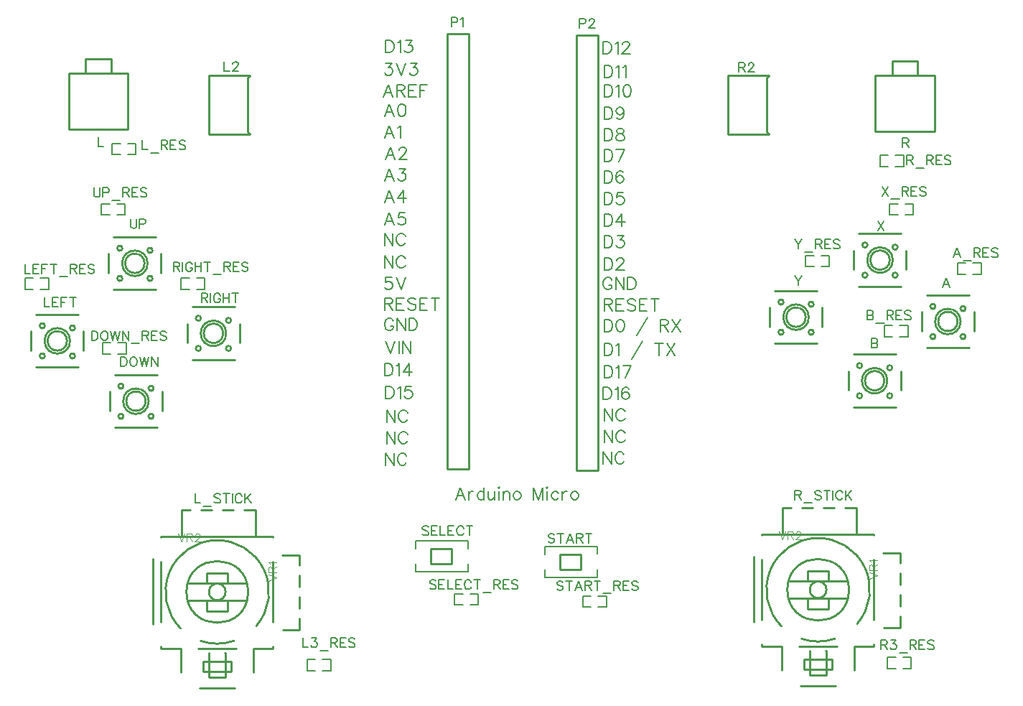
<source format=gto>
G04 Layer: TopSilkscreenLayer*
G04 EasyEDA v6.5.5, 2022-06-26 01:00:07*
G04 2c515557f0e44504be437badec322791,a4ea12fd96744f7d9b8618c9b4952ea7,10*
G04 Gerber Generator version 0.2*
G04 Scale: 100 percent, Rotated: No, Reflected: No *
G04 Dimensions in millimeters *
G04 leading zeros omitted , absolute positions ,4 integer and 5 decimal *
%FSLAX45Y45*%
%MOMM*%

%ADD20C,0.2540*%
%ADD21C,0.1524*%
%ADD22C,0.1520*%
%ADD23C,0.2032*%
%ADD24C,0.1000*%

%LPD*%
D23*
X7429500Y8546084D02*
G01*
X7429500Y8402828D01*
X7429500Y8546084D02*
G01*
X7477252Y8546084D01*
X7497572Y8539226D01*
X7511288Y8525510D01*
X7518145Y8512047D01*
X7525004Y8491474D01*
X7525004Y8457437D01*
X7518145Y8436863D01*
X7511288Y8423402D01*
X7497572Y8409686D01*
X7477252Y8402828D01*
X7429500Y8402828D01*
X7569961Y8518905D02*
G01*
X7583677Y8525510D01*
X7603997Y8546084D01*
X7603997Y8402828D01*
X7655813Y8512047D02*
G01*
X7655813Y8518905D01*
X7662672Y8532368D01*
X7669529Y8539226D01*
X7683245Y8546084D01*
X7710424Y8546084D01*
X7724140Y8539226D01*
X7730743Y8532368D01*
X7737602Y8518905D01*
X7737602Y8505189D01*
X7730743Y8491474D01*
X7717281Y8471154D01*
X7648956Y8402828D01*
X7744459Y8402828D01*
X7442200Y8266684D02*
G01*
X7442200Y8123428D01*
X7442200Y8266684D02*
G01*
X7489952Y8266684D01*
X7510272Y8259826D01*
X7523988Y8246110D01*
X7530845Y8232647D01*
X7537704Y8212073D01*
X7537704Y8178037D01*
X7530845Y8157463D01*
X7523988Y8144002D01*
X7510272Y8130286D01*
X7489952Y8123428D01*
X7442200Y8123428D01*
X7582661Y8239505D02*
G01*
X7596377Y8246110D01*
X7616697Y8266684D01*
X7616697Y8123428D01*
X7661656Y8239505D02*
G01*
X7675372Y8246110D01*
X7695945Y8266684D01*
X7695945Y8123428D01*
X7442200Y7517384D02*
G01*
X7442200Y7374128D01*
X7442200Y7517384D02*
G01*
X7489952Y7517384D01*
X7510272Y7510526D01*
X7523988Y7496810D01*
X7530845Y7483347D01*
X7537704Y7462773D01*
X7537704Y7428737D01*
X7530845Y7408163D01*
X7523988Y7394702D01*
X7510272Y7380986D01*
X7489952Y7374128D01*
X7442200Y7374128D01*
X7616697Y7517384D02*
G01*
X7596377Y7510526D01*
X7589520Y7496810D01*
X7589520Y7483347D01*
X7596377Y7469631D01*
X7609840Y7462773D01*
X7637272Y7455915D01*
X7657591Y7449058D01*
X7671308Y7435595D01*
X7678165Y7421879D01*
X7678165Y7401560D01*
X7671308Y7387844D01*
X7664450Y7380986D01*
X7644129Y7374128D01*
X7616697Y7374128D01*
X7596377Y7380986D01*
X7589520Y7387844D01*
X7582661Y7401560D01*
X7582661Y7421879D01*
X7589520Y7435595D01*
X7602981Y7449058D01*
X7623556Y7455915D01*
X7650734Y7462773D01*
X7664450Y7469631D01*
X7671308Y7483347D01*
X7671308Y7496810D01*
X7664450Y7510526D01*
X7644129Y7517384D01*
X7616697Y7517384D01*
X7442200Y7771384D02*
G01*
X7442200Y7628128D01*
X7442200Y7771384D02*
G01*
X7489952Y7771384D01*
X7510272Y7764526D01*
X7523988Y7750810D01*
X7530845Y7737347D01*
X7537704Y7716773D01*
X7537704Y7682737D01*
X7530845Y7662163D01*
X7523988Y7648702D01*
X7510272Y7634986D01*
X7489952Y7628128D01*
X7442200Y7628128D01*
X7671308Y7723631D02*
G01*
X7664450Y7703058D01*
X7650734Y7689595D01*
X7630413Y7682737D01*
X7623556Y7682737D01*
X7602981Y7689595D01*
X7589520Y7703058D01*
X7582661Y7723631D01*
X7582661Y7730489D01*
X7589520Y7750810D01*
X7602981Y7764526D01*
X7623556Y7771384D01*
X7630413Y7771384D01*
X7650734Y7764526D01*
X7664450Y7750810D01*
X7671308Y7723631D01*
X7671308Y7689595D01*
X7664450Y7655560D01*
X7650734Y7634986D01*
X7630413Y7628128D01*
X7616697Y7628128D01*
X7596377Y7634986D01*
X7589520Y7648702D01*
X7442200Y7022084D02*
G01*
X7442200Y6878828D01*
X7442200Y7022084D02*
G01*
X7489952Y7022084D01*
X7510272Y7015226D01*
X7523988Y7001510D01*
X7530845Y6988047D01*
X7537704Y6967473D01*
X7537704Y6933437D01*
X7530845Y6912863D01*
X7523988Y6899402D01*
X7510272Y6885686D01*
X7489952Y6878828D01*
X7442200Y6878828D01*
X7664450Y7001510D02*
G01*
X7657591Y7015226D01*
X7637272Y7022084D01*
X7623556Y7022084D01*
X7602981Y7015226D01*
X7589520Y6994905D01*
X7582661Y6960615D01*
X7582661Y6926579D01*
X7589520Y6899402D01*
X7602981Y6885686D01*
X7623556Y6878828D01*
X7630413Y6878828D01*
X7650734Y6885686D01*
X7664450Y6899402D01*
X7671308Y6919721D01*
X7671308Y6926579D01*
X7664450Y6947154D01*
X7650734Y6960615D01*
X7630413Y6967473D01*
X7623556Y6967473D01*
X7602981Y6960615D01*
X7589520Y6947154D01*
X7582661Y6926579D01*
X7442200Y7276084D02*
G01*
X7442200Y7132828D01*
X7442200Y7276084D02*
G01*
X7489952Y7276084D01*
X7510272Y7269226D01*
X7523988Y7255510D01*
X7530845Y7242047D01*
X7537704Y7221473D01*
X7537704Y7187437D01*
X7530845Y7166863D01*
X7523988Y7153402D01*
X7510272Y7139686D01*
X7489952Y7132828D01*
X7442200Y7132828D01*
X7678165Y7276084D02*
G01*
X7609840Y7132828D01*
X7582661Y7276084D02*
G01*
X7678165Y7276084D01*
X7442200Y5510784D02*
G01*
X7442200Y5367528D01*
X7442200Y5510784D02*
G01*
X7503668Y5510784D01*
X7523988Y5503926D01*
X7530845Y5497068D01*
X7537704Y5483605D01*
X7537704Y5469889D01*
X7530845Y5456173D01*
X7523988Y5449315D01*
X7503668Y5442457D01*
X7442200Y5442457D01*
X7489952Y5442457D02*
G01*
X7537704Y5367528D01*
X7582661Y5510784D02*
G01*
X7582661Y5367528D01*
X7582661Y5510784D02*
G01*
X7671308Y5510784D01*
X7582661Y5442457D02*
G01*
X7637272Y5442457D01*
X7582661Y5367528D02*
G01*
X7671308Y5367528D01*
X7811770Y5490210D02*
G01*
X7798054Y5503926D01*
X7777734Y5510784D01*
X7750302Y5510784D01*
X7729981Y5503926D01*
X7716265Y5490210D01*
X7716265Y5476747D01*
X7723124Y5463031D01*
X7729981Y5456173D01*
X7743443Y5449315D01*
X7784591Y5435854D01*
X7798054Y5428995D01*
X7804911Y5422137D01*
X7811770Y5408421D01*
X7811770Y5388102D01*
X7798054Y5374386D01*
X7777734Y5367528D01*
X7750302Y5367528D01*
X7729981Y5374386D01*
X7716265Y5388102D01*
X7856727Y5510784D02*
G01*
X7856727Y5367528D01*
X7856727Y5510784D02*
G01*
X7945374Y5510784D01*
X7856727Y5442457D02*
G01*
X7911338Y5442457D01*
X7856727Y5367528D02*
G01*
X7945374Y5367528D01*
X8038084Y5510784D02*
G01*
X8038084Y5367528D01*
X7990331Y5510784D02*
G01*
X8085836Y5510784D01*
X7531861Y5730747D02*
G01*
X7525004Y5744210D01*
X7511288Y5757926D01*
X7497572Y5764784D01*
X7470393Y5764784D01*
X7456677Y5757926D01*
X7443215Y5744210D01*
X7436358Y5730747D01*
X7429500Y5710173D01*
X7429500Y5676137D01*
X7436358Y5655563D01*
X7443215Y5642102D01*
X7456677Y5628386D01*
X7470393Y5621528D01*
X7497572Y5621528D01*
X7511288Y5628386D01*
X7525004Y5642102D01*
X7531861Y5655563D01*
X7531861Y5676137D01*
X7497572Y5676137D02*
G01*
X7531861Y5676137D01*
X7576820Y5764784D02*
G01*
X7576820Y5621528D01*
X7576820Y5764784D02*
G01*
X7672324Y5621528D01*
X7672324Y5764784D02*
G01*
X7672324Y5621528D01*
X7717281Y5764784D02*
G01*
X7717281Y5621528D01*
X7717281Y5764784D02*
G01*
X7765034Y5764784D01*
X7785354Y5757926D01*
X7799070Y5744210D01*
X7805927Y5730747D01*
X7812786Y5710173D01*
X7812786Y5676137D01*
X7805927Y5655563D01*
X7799070Y5642102D01*
X7785354Y5628386D01*
X7765034Y5621528D01*
X7717281Y5621528D01*
X7442200Y5993384D02*
G01*
X7442200Y5850128D01*
X7442200Y5993384D02*
G01*
X7489952Y5993384D01*
X7510272Y5986526D01*
X7523988Y5972810D01*
X7530845Y5959347D01*
X7537704Y5938773D01*
X7537704Y5904737D01*
X7530845Y5884163D01*
X7523988Y5870702D01*
X7510272Y5856986D01*
X7489952Y5850128D01*
X7442200Y5850128D01*
X7589520Y5959347D02*
G01*
X7589520Y5966205D01*
X7596377Y5979668D01*
X7602981Y5986526D01*
X7616697Y5993384D01*
X7644129Y5993384D01*
X7657591Y5986526D01*
X7664450Y5979668D01*
X7671308Y5966205D01*
X7671308Y5952489D01*
X7664450Y5938773D01*
X7650734Y5918454D01*
X7582661Y5850128D01*
X7678165Y5850128D01*
X7442200Y6260084D02*
G01*
X7442200Y6116828D01*
X7442200Y6260084D02*
G01*
X7489952Y6260084D01*
X7510272Y6253226D01*
X7523988Y6239510D01*
X7530845Y6226047D01*
X7537704Y6205473D01*
X7537704Y6171437D01*
X7530845Y6150863D01*
X7523988Y6137402D01*
X7510272Y6123686D01*
X7489952Y6116828D01*
X7442200Y6116828D01*
X7596377Y6260084D02*
G01*
X7671308Y6260084D01*
X7630413Y6205473D01*
X7650734Y6205473D01*
X7664450Y6198615D01*
X7671308Y6191757D01*
X7678165Y6171437D01*
X7678165Y6157721D01*
X7671308Y6137402D01*
X7657591Y6123686D01*
X7637272Y6116828D01*
X7616697Y6116828D01*
X7596377Y6123686D01*
X7589520Y6130544D01*
X7582661Y6144260D01*
X7442200Y6514084D02*
G01*
X7442200Y6370828D01*
X7442200Y6514084D02*
G01*
X7489952Y6514084D01*
X7510272Y6507226D01*
X7523988Y6493510D01*
X7530845Y6480047D01*
X7537704Y6459473D01*
X7537704Y6425437D01*
X7530845Y6404863D01*
X7523988Y6391402D01*
X7510272Y6377686D01*
X7489952Y6370828D01*
X7442200Y6370828D01*
X7650734Y6514084D02*
G01*
X7582661Y6418579D01*
X7685024Y6418579D01*
X7650734Y6514084D02*
G01*
X7650734Y6370828D01*
X7442200Y6768084D02*
G01*
X7442200Y6624828D01*
X7442200Y6768084D02*
G01*
X7489952Y6768084D01*
X7510272Y6761226D01*
X7523988Y6747510D01*
X7530845Y6734047D01*
X7537704Y6713473D01*
X7537704Y6679437D01*
X7530845Y6658863D01*
X7523988Y6645402D01*
X7510272Y6631686D01*
X7489952Y6624828D01*
X7442200Y6624828D01*
X7664450Y6768084D02*
G01*
X7596377Y6768084D01*
X7589520Y6706615D01*
X7596377Y6713473D01*
X7616697Y6720331D01*
X7637272Y6720331D01*
X7657591Y6713473D01*
X7671308Y6699758D01*
X7678165Y6679437D01*
X7678165Y6665721D01*
X7671308Y6645402D01*
X7657591Y6631686D01*
X7637272Y6624828D01*
X7616697Y6624828D01*
X7596377Y6631686D01*
X7589520Y6638544D01*
X7582661Y6652260D01*
X7442200Y4215384D02*
G01*
X7442200Y4072128D01*
X7442200Y4215384D02*
G01*
X7537704Y4072128D01*
X7537704Y4215384D02*
G01*
X7537704Y4072128D01*
X7685024Y4181347D02*
G01*
X7678165Y4194810D01*
X7664450Y4208526D01*
X7650734Y4215384D01*
X7623556Y4215384D01*
X7609840Y4208526D01*
X7596377Y4194810D01*
X7589520Y4181347D01*
X7582661Y4160773D01*
X7582661Y4126737D01*
X7589520Y4106163D01*
X7596377Y4092702D01*
X7609840Y4078986D01*
X7623556Y4072128D01*
X7650734Y4072128D01*
X7664450Y4078986D01*
X7678165Y4092702D01*
X7685024Y4106163D01*
X7442200Y8038084D02*
G01*
X7442200Y7894828D01*
X7442200Y8038084D02*
G01*
X7489952Y8038084D01*
X7510272Y8031226D01*
X7523988Y8017510D01*
X7530845Y8004047D01*
X7537704Y7983473D01*
X7537704Y7949437D01*
X7530845Y7928863D01*
X7523988Y7915402D01*
X7510272Y7901686D01*
X7489952Y7894828D01*
X7442200Y7894828D01*
X7582661Y8010905D02*
G01*
X7596377Y8017510D01*
X7616697Y8038084D01*
X7616697Y7894828D01*
X7702550Y8038084D02*
G01*
X7682229Y8031226D01*
X7668513Y8010905D01*
X7661656Y7976615D01*
X7661656Y7956295D01*
X7668513Y7922260D01*
X7682229Y7901686D01*
X7702550Y7894828D01*
X7716265Y7894828D01*
X7736840Y7901686D01*
X7750302Y7922260D01*
X7757159Y7956295D01*
X7757159Y7976615D01*
X7750302Y8010905D01*
X7736840Y8031226D01*
X7716265Y8038084D01*
X7702550Y8038084D01*
X7429500Y4469384D02*
G01*
X7429500Y4326128D01*
X7429500Y4469384D02*
G01*
X7477252Y4469384D01*
X7497572Y4462526D01*
X7511288Y4448810D01*
X7518145Y4435347D01*
X7525004Y4414773D01*
X7525004Y4380737D01*
X7518145Y4360163D01*
X7511288Y4346702D01*
X7497572Y4332986D01*
X7477252Y4326128D01*
X7429500Y4326128D01*
X7569961Y4442205D02*
G01*
X7583677Y4448810D01*
X7603997Y4469384D01*
X7603997Y4326128D01*
X7730743Y4448810D02*
G01*
X7724140Y4462526D01*
X7703565Y4469384D01*
X7689850Y4469384D01*
X7669529Y4462526D01*
X7655813Y4442205D01*
X7648956Y4407915D01*
X7648956Y4373879D01*
X7655813Y4346702D01*
X7669529Y4332986D01*
X7689850Y4326128D01*
X7696708Y4326128D01*
X7717281Y4332986D01*
X7730743Y4346702D01*
X7737602Y4367021D01*
X7737602Y4373879D01*
X7730743Y4394454D01*
X7717281Y4407915D01*
X7696708Y4414773D01*
X7689850Y4414773D01*
X7669529Y4407915D01*
X7655813Y4394454D01*
X7648956Y4373879D01*
X7442200Y4723384D02*
G01*
X7442200Y4580128D01*
X7442200Y4723384D02*
G01*
X7489952Y4723384D01*
X7510272Y4716526D01*
X7523988Y4702810D01*
X7530845Y4689347D01*
X7537704Y4668773D01*
X7537704Y4634737D01*
X7530845Y4614163D01*
X7523988Y4600702D01*
X7510272Y4586986D01*
X7489952Y4580128D01*
X7442200Y4580128D01*
X7582661Y4696205D02*
G01*
X7596377Y4702810D01*
X7616697Y4723384D01*
X7616697Y4580128D01*
X7757159Y4723384D02*
G01*
X7689088Y4580128D01*
X7661656Y4723384D02*
G01*
X7757159Y4723384D01*
X7442200Y4990084D02*
G01*
X7442200Y4846828D01*
X7442200Y4990084D02*
G01*
X7489952Y4990084D01*
X7510272Y4983226D01*
X7523988Y4969510D01*
X7530845Y4956047D01*
X7537704Y4935473D01*
X7537704Y4901437D01*
X7530845Y4880863D01*
X7523988Y4867402D01*
X7510272Y4853686D01*
X7489952Y4846828D01*
X7442200Y4846828D01*
X7582661Y4962905D02*
G01*
X7596377Y4969510D01*
X7616697Y4990084D01*
X7616697Y4846828D01*
X7889493Y5017262D02*
G01*
X7766811Y4799076D01*
X8087106Y4990084D02*
G01*
X8087106Y4846828D01*
X8039354Y4990084D02*
G01*
X8134858Y4990084D01*
X8179815Y4990084D02*
G01*
X8275320Y4846828D01*
X8275320Y4990084D02*
G01*
X8179815Y4846828D01*
X7442200Y5269484D02*
G01*
X7442200Y5126228D01*
X7442200Y5269484D02*
G01*
X7489952Y5269484D01*
X7510272Y5262626D01*
X7523988Y5248910D01*
X7530845Y5235447D01*
X7537704Y5214873D01*
X7537704Y5180837D01*
X7530845Y5160263D01*
X7523988Y5146802D01*
X7510272Y5133086D01*
X7489952Y5126228D01*
X7442200Y5126228D01*
X7623556Y5269484D02*
G01*
X7602981Y5262626D01*
X7589520Y5242305D01*
X7582661Y5208015D01*
X7582661Y5187695D01*
X7589520Y5153660D01*
X7602981Y5133086D01*
X7623556Y5126228D01*
X7637272Y5126228D01*
X7657591Y5133086D01*
X7671308Y5153660D01*
X7678165Y5187695D01*
X7678165Y5208015D01*
X7671308Y5242305D01*
X7657591Y5262626D01*
X7637272Y5269484D01*
X7623556Y5269484D01*
X7950961Y5296662D02*
G01*
X7828025Y5078476D01*
X8100822Y5269484D02*
G01*
X8100822Y5126228D01*
X8100822Y5269484D02*
G01*
X8162290Y5269484D01*
X8182609Y5262626D01*
X8189468Y5255768D01*
X8196325Y5242305D01*
X8196325Y5228589D01*
X8189468Y5214873D01*
X8182609Y5208015D01*
X8162290Y5201157D01*
X8100822Y5201157D01*
X8148574Y5201157D02*
G01*
X8196325Y5126228D01*
X8241284Y5269484D02*
G01*
X8336788Y5126228D01*
X8336788Y5269484D02*
G01*
X8241284Y5126228D01*
X7429500Y3707384D02*
G01*
X7429500Y3564128D01*
X7429500Y3707384D02*
G01*
X7525004Y3564128D01*
X7525004Y3707384D02*
G01*
X7525004Y3564128D01*
X7672324Y3673347D02*
G01*
X7665465Y3686810D01*
X7651750Y3700526D01*
X7638034Y3707384D01*
X7610856Y3707384D01*
X7597140Y3700526D01*
X7583677Y3686810D01*
X7576820Y3673347D01*
X7569961Y3652773D01*
X7569961Y3618737D01*
X7576820Y3598163D01*
X7583677Y3584702D01*
X7597140Y3570986D01*
X7610856Y3564128D01*
X7638034Y3564128D01*
X7651750Y3570986D01*
X7665465Y3584702D01*
X7672324Y3598163D01*
X7442200Y3961384D02*
G01*
X7442200Y3818128D01*
X7442200Y3961384D02*
G01*
X7537704Y3818128D01*
X7537704Y3961384D02*
G01*
X7537704Y3818128D01*
X7685024Y3927347D02*
G01*
X7678165Y3940810D01*
X7664450Y3954526D01*
X7650734Y3961384D01*
X7623556Y3961384D01*
X7609840Y3954526D01*
X7596377Y3940810D01*
X7589520Y3927347D01*
X7582661Y3906773D01*
X7582661Y3872737D01*
X7589520Y3852163D01*
X7596377Y3838702D01*
X7609840Y3824986D01*
X7623556Y3818128D01*
X7650734Y3818128D01*
X7664450Y3824986D01*
X7678165Y3838702D01*
X7685024Y3852163D01*
X4876800Y3948684D02*
G01*
X4876800Y3805428D01*
X4876800Y3948684D02*
G01*
X4972304Y3805428D01*
X4972304Y3948684D02*
G01*
X4972304Y3805428D01*
X5119624Y3914647D02*
G01*
X5112765Y3928110D01*
X5099050Y3941826D01*
X5085334Y3948684D01*
X5058156Y3948684D01*
X5044440Y3941826D01*
X5030977Y3928110D01*
X5024120Y3914647D01*
X5017261Y3894073D01*
X5017261Y3860037D01*
X5024120Y3839463D01*
X5030977Y3826002D01*
X5044440Y3812286D01*
X5058156Y3805428D01*
X5085334Y3805428D01*
X5099050Y3812286D01*
X5112765Y3826002D01*
X5119624Y3839463D01*
X4864100Y3694684D02*
G01*
X4864100Y3551428D01*
X4864100Y3694684D02*
G01*
X4959604Y3551428D01*
X4959604Y3694684D02*
G01*
X4959604Y3551428D01*
X5106924Y3660647D02*
G01*
X5100065Y3674110D01*
X5086350Y3687826D01*
X5072634Y3694684D01*
X5045456Y3694684D01*
X5031740Y3687826D01*
X5018277Y3674110D01*
X5011420Y3660647D01*
X5004561Y3640073D01*
X5004561Y3606037D01*
X5011420Y3585463D01*
X5018277Y3572002D01*
X5031740Y3558286D01*
X5045456Y3551428D01*
X5072634Y3551428D01*
X5086350Y3558286D01*
X5100065Y3572002D01*
X5106924Y3585463D01*
X4876800Y4202684D02*
G01*
X4876800Y4059428D01*
X4876800Y4202684D02*
G01*
X4972304Y4059428D01*
X4972304Y4202684D02*
G01*
X4972304Y4059428D01*
X5119624Y4168647D02*
G01*
X5112765Y4182110D01*
X5099050Y4195826D01*
X5085334Y4202684D01*
X5058156Y4202684D01*
X5044440Y4195826D01*
X5030977Y4182110D01*
X5024120Y4168647D01*
X5017261Y4148073D01*
X5017261Y4114037D01*
X5024120Y4093463D01*
X5030977Y4080002D01*
X5044440Y4066286D01*
X5058156Y4059428D01*
X5085334Y4059428D01*
X5099050Y4066286D01*
X5112765Y4080002D01*
X5119624Y4093463D01*
X4864100Y8558784D02*
G01*
X4864100Y8415528D01*
X4864100Y8558784D02*
G01*
X4911852Y8558784D01*
X4932172Y8551926D01*
X4945888Y8538210D01*
X4952745Y8524747D01*
X4959604Y8504174D01*
X4959604Y8470137D01*
X4952745Y8449563D01*
X4945888Y8436102D01*
X4932172Y8422386D01*
X4911852Y8415528D01*
X4864100Y8415528D01*
X5004561Y8531605D02*
G01*
X5018277Y8538210D01*
X5038597Y8558784D01*
X5038597Y8415528D01*
X5097272Y8558784D02*
G01*
X5172202Y8558784D01*
X5131308Y8504174D01*
X5151881Y8504174D01*
X5165343Y8497315D01*
X5172202Y8490458D01*
X5179059Y8470137D01*
X5179059Y8456421D01*
X5172202Y8436102D01*
X5158740Y8422386D01*
X5138165Y8415528D01*
X5117845Y8415528D01*
X5097272Y8422386D01*
X5090413Y8429244D01*
X5083556Y8442960D01*
X4865115Y8292084D02*
G01*
X4940045Y8292084D01*
X4899152Y8237473D01*
X4919472Y8237473D01*
X4933188Y8230615D01*
X4940045Y8223758D01*
X4946904Y8203437D01*
X4946904Y8189721D01*
X4940045Y8169402D01*
X4926329Y8155686D01*
X4906009Y8148828D01*
X4885436Y8148828D01*
X4865115Y8155686D01*
X4858258Y8162544D01*
X4851400Y8176260D01*
X4991861Y8292084D02*
G01*
X5046472Y8148828D01*
X5100827Y8292084D02*
G01*
X5046472Y8148828D01*
X5159502Y8292084D02*
G01*
X5234686Y8292084D01*
X5193791Y8237473D01*
X5214111Y8237473D01*
X5227827Y8230615D01*
X5234686Y8223758D01*
X5241290Y8203437D01*
X5241290Y8189721D01*
X5234686Y8169402D01*
X5220970Y8155686D01*
X5200395Y8148828D01*
X5180075Y8148828D01*
X5159502Y8155686D01*
X5152643Y8162544D01*
X5146040Y8176260D01*
X4893309Y8038084D02*
G01*
X4838700Y7894828D01*
X4893309Y8038084D02*
G01*
X4947665Y7894828D01*
X4859274Y7942579D02*
G01*
X4927345Y7942579D01*
X4992877Y8038084D02*
G01*
X4992877Y7894828D01*
X4992877Y8038084D02*
G01*
X5054091Y8038084D01*
X5074665Y8031226D01*
X5081524Y8024368D01*
X5088127Y8010905D01*
X5088127Y7997189D01*
X5081524Y7983473D01*
X5074665Y7976615D01*
X5054091Y7969758D01*
X4992877Y7969758D01*
X5040629Y7969758D02*
G01*
X5088127Y7894828D01*
X5133340Y8038084D02*
G01*
X5133340Y7894828D01*
X5133340Y8038084D02*
G01*
X5221986Y8038084D01*
X5133340Y7969758D02*
G01*
X5187695Y7969758D01*
X5133340Y7894828D02*
G01*
X5221986Y7894828D01*
X5266943Y8038084D02*
G01*
X5266943Y7894828D01*
X5266943Y8038084D02*
G01*
X5355590Y8038084D01*
X5266943Y7969758D02*
G01*
X5321300Y7969758D01*
X4906009Y7809484D02*
G01*
X4851400Y7666228D01*
X4906009Y7809484D02*
G01*
X4960365Y7666228D01*
X4871974Y7713979D02*
G01*
X4940045Y7713979D01*
X5046472Y7809484D02*
G01*
X5025897Y7802626D01*
X5012181Y7782305D01*
X5005577Y7748015D01*
X5005577Y7727695D01*
X5012181Y7693660D01*
X5025897Y7673086D01*
X5046472Y7666228D01*
X5059934Y7666228D01*
X5080508Y7673086D01*
X5094224Y7693660D01*
X5100827Y7727695D01*
X5100827Y7748015D01*
X5094224Y7782305D01*
X5080508Y7802626D01*
X5059934Y7809484D01*
X5046472Y7809484D01*
X4906009Y7555484D02*
G01*
X4851400Y7412228D01*
X4906009Y7555484D02*
G01*
X4960365Y7412228D01*
X4871974Y7459979D02*
G01*
X4940045Y7459979D01*
X5005577Y7528305D02*
G01*
X5019040Y7534910D01*
X5039613Y7555484D01*
X5039613Y7412228D01*
X4918709Y7301484D02*
G01*
X4864100Y7158228D01*
X4918709Y7301484D02*
G01*
X4973065Y7158228D01*
X4884674Y7205979D02*
G01*
X4952745Y7205979D01*
X5024881Y7267447D02*
G01*
X5024881Y7274305D01*
X5031740Y7287768D01*
X5038597Y7294626D01*
X5052313Y7301484D01*
X5079491Y7301484D01*
X5093208Y7294626D01*
X5100065Y7287768D01*
X5106924Y7274305D01*
X5106924Y7260589D01*
X5100065Y7246873D01*
X5086350Y7226554D01*
X5018277Y7158228D01*
X5113527Y7158228D01*
X4906009Y7047484D02*
G01*
X4851400Y6904228D01*
X4906009Y7047484D02*
G01*
X4960365Y6904228D01*
X4871974Y6951979D02*
G01*
X4940045Y6951979D01*
X5019040Y7047484D02*
G01*
X5094224Y7047484D01*
X5053329Y6992873D01*
X5073650Y6992873D01*
X5087365Y6986015D01*
X5094224Y6979158D01*
X5100827Y6958837D01*
X5100827Y6945121D01*
X5094224Y6924802D01*
X5080508Y6911086D01*
X5059934Y6904228D01*
X5039613Y6904228D01*
X5019040Y6911086D01*
X5012181Y6917944D01*
X5005577Y6931660D01*
X4906009Y6793484D02*
G01*
X4851400Y6650228D01*
X4906009Y6793484D02*
G01*
X4960365Y6650228D01*
X4871974Y6697979D02*
G01*
X4940045Y6697979D01*
X5073650Y6793484D02*
G01*
X5005577Y6697979D01*
X5107686Y6697979D01*
X5073650Y6793484D02*
G01*
X5073650Y6650228D01*
X4906009Y6526784D02*
G01*
X4851400Y6383528D01*
X4906009Y6526784D02*
G01*
X4960365Y6383528D01*
X4871974Y6431279D02*
G01*
X4940045Y6431279D01*
X5087365Y6526784D02*
G01*
X5019040Y6526784D01*
X5012181Y6465315D01*
X5019040Y6472173D01*
X5039613Y6479031D01*
X5059934Y6479031D01*
X5080508Y6472173D01*
X5094224Y6458457D01*
X5100827Y6438137D01*
X5100827Y6424421D01*
X5094224Y6404102D01*
X5080508Y6390386D01*
X5059934Y6383528D01*
X5039613Y6383528D01*
X5019040Y6390386D01*
X5012181Y6397244D01*
X5005577Y6410960D01*
X4851400Y6285484D02*
G01*
X4851400Y6142228D01*
X4851400Y6285484D02*
G01*
X4946904Y6142228D01*
X4946904Y6285484D02*
G01*
X4946904Y6142228D01*
X5094224Y6251447D02*
G01*
X5087365Y6264910D01*
X5073650Y6278626D01*
X5059934Y6285484D01*
X5032756Y6285484D01*
X5019040Y6278626D01*
X5005577Y6264910D01*
X4998720Y6251447D01*
X4991861Y6230873D01*
X4991861Y6196837D01*
X4998720Y6176263D01*
X5005577Y6162802D01*
X5019040Y6149086D01*
X5032756Y6142228D01*
X5059934Y6142228D01*
X5073650Y6149086D01*
X5087365Y6162802D01*
X5094224Y6176263D01*
X4851400Y6018784D02*
G01*
X4851400Y5875528D01*
X4851400Y6018784D02*
G01*
X4946904Y5875528D01*
X4946904Y6018784D02*
G01*
X4946904Y5875528D01*
X5094224Y5984747D02*
G01*
X5087365Y5998210D01*
X5073650Y6011926D01*
X5059934Y6018784D01*
X5032756Y6018784D01*
X5019040Y6011926D01*
X5005577Y5998210D01*
X4998720Y5984747D01*
X4991861Y5964173D01*
X4991861Y5930137D01*
X4998720Y5909563D01*
X5005577Y5896102D01*
X5019040Y5882386D01*
X5032756Y5875528D01*
X5059934Y5875528D01*
X5073650Y5882386D01*
X5087365Y5896102D01*
X5094224Y5909563D01*
X4933188Y5764784D02*
G01*
X4865115Y5764784D01*
X4858258Y5703315D01*
X4865115Y5710173D01*
X4885436Y5717031D01*
X4906009Y5717031D01*
X4926329Y5710173D01*
X4940045Y5696457D01*
X4946904Y5676137D01*
X4946904Y5662421D01*
X4940045Y5642102D01*
X4926329Y5628386D01*
X4906009Y5621528D01*
X4885436Y5621528D01*
X4865115Y5628386D01*
X4858258Y5635244D01*
X4851400Y5648960D01*
X4991861Y5764784D02*
G01*
X5046472Y5621528D01*
X5100827Y5764784D02*
G01*
X5046472Y5621528D01*
X4851400Y5523484D02*
G01*
X4851400Y5380228D01*
X4851400Y5523484D02*
G01*
X4912868Y5523484D01*
X4933188Y5516626D01*
X4940045Y5509768D01*
X4946904Y5496305D01*
X4946904Y5482589D01*
X4940045Y5468873D01*
X4933188Y5462015D01*
X4912868Y5455157D01*
X4851400Y5455157D01*
X4899152Y5455157D02*
G01*
X4946904Y5380228D01*
X4991861Y5523484D02*
G01*
X4991861Y5380228D01*
X4991861Y5523484D02*
G01*
X5080508Y5523484D01*
X4991861Y5455157D02*
G01*
X5046472Y5455157D01*
X4991861Y5380228D02*
G01*
X5080508Y5380228D01*
X5220970Y5502910D02*
G01*
X5207254Y5516626D01*
X5186934Y5523484D01*
X5159502Y5523484D01*
X5139181Y5516626D01*
X5125465Y5502910D01*
X5125465Y5489447D01*
X5132324Y5475731D01*
X5139181Y5468873D01*
X5152643Y5462015D01*
X5193791Y5448554D01*
X5207254Y5441695D01*
X5214111Y5434837D01*
X5220970Y5421121D01*
X5220970Y5400802D01*
X5207254Y5387086D01*
X5186934Y5380228D01*
X5159502Y5380228D01*
X5139181Y5387086D01*
X5125465Y5400802D01*
X5265927Y5523484D02*
G01*
X5265927Y5380228D01*
X5265927Y5523484D02*
G01*
X5354574Y5523484D01*
X5265927Y5455157D02*
G01*
X5320538Y5455157D01*
X5265927Y5380228D02*
G01*
X5354574Y5380228D01*
X5447284Y5523484D02*
G01*
X5447284Y5380228D01*
X5399531Y5523484D02*
G01*
X5495036Y5523484D01*
X4953761Y5248147D02*
G01*
X4946904Y5261610D01*
X4933188Y5275326D01*
X4919472Y5282184D01*
X4892293Y5282184D01*
X4878577Y5275326D01*
X4865115Y5261610D01*
X4858258Y5248147D01*
X4851400Y5227573D01*
X4851400Y5193537D01*
X4858258Y5172963D01*
X4865115Y5159502D01*
X4878577Y5145786D01*
X4892293Y5138928D01*
X4919472Y5138928D01*
X4933188Y5145786D01*
X4946904Y5159502D01*
X4953761Y5172963D01*
X4953761Y5193537D01*
X4919472Y5193537D02*
G01*
X4953761Y5193537D01*
X4998720Y5282184D02*
G01*
X4998720Y5138928D01*
X4998720Y5282184D02*
G01*
X5094224Y5138928D01*
X5094224Y5282184D02*
G01*
X5094224Y5138928D01*
X5139181Y5282184D02*
G01*
X5139181Y5138928D01*
X5139181Y5282184D02*
G01*
X5186934Y5282184D01*
X5207254Y5275326D01*
X5220970Y5261610D01*
X5227827Y5248147D01*
X5234686Y5227573D01*
X5234686Y5193537D01*
X5227827Y5172963D01*
X5220970Y5159502D01*
X5207254Y5145786D01*
X5186934Y5138928D01*
X5139181Y5138928D01*
X4864100Y5015484D02*
G01*
X4918709Y4872228D01*
X4973065Y5015484D02*
G01*
X4918709Y4872228D01*
X5018277Y5015484D02*
G01*
X5018277Y4872228D01*
X5063236Y5015484D02*
G01*
X5063236Y4872228D01*
X5063236Y5015484D02*
G01*
X5158740Y4872228D01*
X5158740Y5015484D02*
G01*
X5158740Y4872228D01*
X4851400Y4748784D02*
G01*
X4851400Y4605528D01*
X4851400Y4748784D02*
G01*
X4899152Y4748784D01*
X4919472Y4741926D01*
X4933188Y4728210D01*
X4940045Y4714747D01*
X4946904Y4694173D01*
X4946904Y4660137D01*
X4940045Y4639563D01*
X4933188Y4626102D01*
X4919472Y4612386D01*
X4899152Y4605528D01*
X4851400Y4605528D01*
X4991861Y4721605D02*
G01*
X5005577Y4728210D01*
X5025897Y4748784D01*
X5025897Y4605528D01*
X5139181Y4748784D02*
G01*
X5070856Y4653279D01*
X5173218Y4653279D01*
X5139181Y4748784D02*
G01*
X5139181Y4605528D01*
X4864100Y4482084D02*
G01*
X4864100Y4338828D01*
X4864100Y4482084D02*
G01*
X4911852Y4482084D01*
X4932172Y4475226D01*
X4945888Y4461510D01*
X4952745Y4448047D01*
X4959604Y4427473D01*
X4959604Y4393437D01*
X4952745Y4372863D01*
X4945888Y4359402D01*
X4932172Y4345686D01*
X4911852Y4338828D01*
X4864100Y4338828D01*
X5004561Y4454905D02*
G01*
X5018277Y4461510D01*
X5038597Y4482084D01*
X5038597Y4338828D01*
X5165343Y4482084D02*
G01*
X5097272Y4482084D01*
X5090413Y4420615D01*
X5097272Y4427473D01*
X5117845Y4434331D01*
X5138165Y4434331D01*
X5158740Y4427473D01*
X5172202Y4413757D01*
X5179059Y4393437D01*
X5179059Y4379721D01*
X5172202Y4359402D01*
X5158740Y4345686D01*
X5138165Y4338828D01*
X5117845Y4338828D01*
X5097272Y4345686D01*
X5090413Y4352544D01*
X5083556Y4366260D01*
X5744209Y3288284D02*
G01*
X5689600Y3145028D01*
X5744209Y3288284D02*
G01*
X5798565Y3145028D01*
X5710174Y3192779D02*
G01*
X5778245Y3192779D01*
X5843777Y3240531D02*
G01*
X5843777Y3145028D01*
X5843777Y3199637D02*
G01*
X5850381Y3219957D01*
X5864097Y3233673D01*
X5877813Y3240531D01*
X5898134Y3240531D01*
X6025134Y3288284D02*
G01*
X6025134Y3145028D01*
X6025134Y3219957D02*
G01*
X6011418Y3233673D01*
X5997702Y3240531D01*
X5977381Y3240531D01*
X5963665Y3233673D01*
X5949950Y3219957D01*
X5943345Y3199637D01*
X5943345Y3185921D01*
X5949950Y3165602D01*
X5963665Y3151886D01*
X5977381Y3145028D01*
X5997702Y3145028D01*
X6011418Y3151886D01*
X6025134Y3165602D01*
X6070091Y3240531D02*
G01*
X6070091Y3172460D01*
X6076950Y3151886D01*
X6090411Y3145028D01*
X6110986Y3145028D01*
X6124702Y3151886D01*
X6145022Y3172460D01*
X6145022Y3240531D02*
G01*
X6145022Y3145028D01*
X6189979Y3288284D02*
G01*
X6196838Y3281426D01*
X6203695Y3288284D01*
X6196838Y3295142D01*
X6189979Y3288284D01*
X6196838Y3240531D02*
G01*
X6196838Y3145028D01*
X6248654Y3240531D02*
G01*
X6248654Y3145028D01*
X6248654Y3213354D02*
G01*
X6269227Y3233673D01*
X6282690Y3240531D01*
X6303263Y3240531D01*
X6316979Y3233673D01*
X6323584Y3213354D01*
X6323584Y3145028D01*
X6402831Y3240531D02*
G01*
X6389115Y3233673D01*
X6375400Y3219957D01*
X6368795Y3199637D01*
X6368795Y3185921D01*
X6375400Y3165602D01*
X6389115Y3151886D01*
X6402831Y3145028D01*
X6423152Y3145028D01*
X6436868Y3151886D01*
X6450584Y3165602D01*
X6457441Y3185921D01*
X6457441Y3199637D01*
X6450584Y3219957D01*
X6436868Y3233673D01*
X6423152Y3240531D01*
X6402831Y3240531D01*
X6607302Y3288284D02*
G01*
X6607302Y3145028D01*
X6607302Y3288284D02*
G01*
X6661911Y3145028D01*
X6716522Y3288284D02*
G01*
X6661911Y3145028D01*
X6716522Y3288284D02*
G01*
X6716522Y3145028D01*
X6761479Y3288284D02*
G01*
X6768338Y3281426D01*
X6774941Y3288284D01*
X6768338Y3295142D01*
X6761479Y3288284D01*
X6768338Y3240531D02*
G01*
X6768338Y3145028D01*
X6901941Y3219957D02*
G01*
X6888225Y3233673D01*
X6874509Y3240531D01*
X6854190Y3240531D01*
X6840474Y3233673D01*
X6826758Y3219957D01*
X6820154Y3199637D01*
X6820154Y3185921D01*
X6826758Y3165602D01*
X6840474Y3151886D01*
X6854190Y3145028D01*
X6874509Y3145028D01*
X6888225Y3151886D01*
X6901941Y3165602D01*
X6946900Y3240531D02*
G01*
X6946900Y3145028D01*
X6946900Y3199637D02*
G01*
X6953758Y3219957D01*
X6967220Y3233673D01*
X6980936Y3240531D01*
X7001509Y3240531D01*
X7080504Y3240531D02*
G01*
X7066788Y3233673D01*
X7053325Y3219957D01*
X7046468Y3199637D01*
X7046468Y3185921D01*
X7053325Y3165602D01*
X7066788Y3151886D01*
X7080504Y3145028D01*
X7101077Y3145028D01*
X7114540Y3151886D01*
X7128256Y3165602D01*
X7135113Y3185921D01*
X7135113Y3199637D01*
X7128256Y3219957D01*
X7114540Y3233673D01*
X7101077Y3240531D01*
X7080504Y3240531D01*
D21*
X2616200Y3214115D02*
G01*
X2616200Y3105150D01*
X2616200Y3105150D02*
G01*
X2678429Y3105150D01*
X2712720Y3068573D02*
G01*
X2806445Y3068573D01*
X2913379Y3198621D02*
G01*
X2902965Y3209036D01*
X2887472Y3214115D01*
X2866643Y3214115D01*
X2851150Y3209036D01*
X2840736Y3198621D01*
X2840736Y3188207D01*
X2845815Y3177794D01*
X2851150Y3172460D01*
X2861309Y3167379D01*
X2892552Y3156965D01*
X2902965Y3151886D01*
X2908300Y3146552D01*
X2913379Y3136137D01*
X2913379Y3120644D01*
X2902965Y3110229D01*
X2887472Y3105150D01*
X2866643Y3105150D01*
X2851150Y3110229D01*
X2840736Y3120644D01*
X2983991Y3214115D02*
G01*
X2983991Y3105150D01*
X2947670Y3214115D02*
G01*
X3020313Y3214115D01*
X3054604Y3214115D02*
G01*
X3054604Y3105150D01*
X3166872Y3188207D02*
G01*
X3161791Y3198621D01*
X3151377Y3209036D01*
X3140963Y3214115D01*
X3120136Y3214115D01*
X3109722Y3209036D01*
X3099308Y3198621D01*
X3094227Y3188207D01*
X3088893Y3172460D01*
X3088893Y3146552D01*
X3094227Y3131057D01*
X3099308Y3120644D01*
X3109722Y3110229D01*
X3120136Y3105150D01*
X3140963Y3105150D01*
X3151377Y3110229D01*
X3161791Y3120644D01*
X3166872Y3131057D01*
X3201161Y3214115D02*
G01*
X3201161Y3105150D01*
X3274059Y3214115D02*
G01*
X3201161Y3141471D01*
X3227070Y3167379D02*
G01*
X3274059Y3105150D01*
D24*
X3476952Y2188006D02*
G01*
X3572456Y2224582D01*
X3476952Y2260904D02*
G01*
X3572456Y2224582D01*
X3476952Y2290876D02*
G01*
X3572456Y2290876D01*
X3476952Y2290876D02*
G01*
X3476952Y2331775D01*
X3481524Y2345489D01*
X3486096Y2349804D01*
X3494986Y2354376D01*
X3504130Y2354376D01*
X3513274Y2349804D01*
X3517846Y2345489D01*
X3522418Y2331775D01*
X3522418Y2290876D01*
X3522418Y2322626D02*
G01*
X3572456Y2354376D01*
X3494986Y2384348D02*
G01*
X3490668Y2393492D01*
X3476952Y2407208D01*
X3572456Y2407208D01*
X2416949Y2747205D02*
G01*
X2453271Y2651701D01*
X2489593Y2747205D02*
G01*
X2453271Y2651701D01*
X2519565Y2747205D02*
G01*
X2519565Y2651701D01*
X2519565Y2747205D02*
G01*
X2560459Y2747205D01*
X2574175Y2742633D01*
X2578747Y2738061D01*
X2583319Y2728917D01*
X2583319Y2719773D01*
X2578747Y2710883D01*
X2574175Y2706311D01*
X2560459Y2701742D01*
X2519565Y2701742D01*
X2551315Y2701742D02*
G01*
X2583319Y2651701D01*
X2617863Y2724348D02*
G01*
X2617863Y2728917D01*
X2622435Y2738061D01*
X2626753Y2742633D01*
X2635897Y2747205D01*
X2654185Y2747205D01*
X2663329Y2742633D01*
X2667901Y2738061D01*
X2672219Y2728917D01*
X2672219Y2719773D01*
X2667901Y2710883D01*
X2658757Y2697167D01*
X2613291Y2651701D01*
X2676791Y2651701D01*
D21*
X9690100Y3252215D02*
G01*
X9690100Y3143250D01*
X9690100Y3252215D02*
G01*
X9736836Y3252215D01*
X9752329Y3247136D01*
X9757663Y3241802D01*
X9762743Y3231387D01*
X9762743Y3220973D01*
X9757663Y3210560D01*
X9752329Y3205479D01*
X9736836Y3200400D01*
X9690100Y3200400D01*
X9726422Y3200400D02*
G01*
X9762743Y3143250D01*
X9797034Y3106673D02*
G01*
X9890759Y3106673D01*
X9997693Y3236721D02*
G01*
X9987279Y3247136D01*
X9971786Y3252215D01*
X9950958Y3252215D01*
X9935209Y3247136D01*
X9925050Y3236721D01*
X9925050Y3226307D01*
X9930129Y3215894D01*
X9935209Y3210560D01*
X9945624Y3205479D01*
X9976865Y3195065D01*
X9987279Y3189986D01*
X9992359Y3184652D01*
X9997693Y3174237D01*
X9997693Y3158744D01*
X9987279Y3148329D01*
X9971786Y3143250D01*
X9950958Y3143250D01*
X9935209Y3148329D01*
X9925050Y3158744D01*
X10068306Y3252215D02*
G01*
X10068306Y3143250D01*
X10031984Y3252215D02*
G01*
X10104627Y3252215D01*
X10138918Y3252215D02*
G01*
X10138918Y3143250D01*
X10251186Y3226307D02*
G01*
X10246106Y3236721D01*
X10235691Y3247136D01*
X10225277Y3252215D01*
X10204450Y3252215D01*
X10194036Y3247136D01*
X10183622Y3236721D01*
X10178541Y3226307D01*
X10173208Y3210560D01*
X10173208Y3184652D01*
X10178541Y3169157D01*
X10183622Y3158744D01*
X10194036Y3148329D01*
X10204450Y3143250D01*
X10225277Y3143250D01*
X10235691Y3148329D01*
X10246106Y3158744D01*
X10251186Y3169157D01*
X10285475Y3252215D02*
G01*
X10285475Y3143250D01*
X10358120Y3252215D02*
G01*
X10285475Y3179571D01*
X10311384Y3205479D02*
G01*
X10358120Y3143250D01*
D24*
X10563552Y2213406D02*
G01*
X10659056Y2249982D01*
X10563552Y2286304D02*
G01*
X10659056Y2249982D01*
X10563552Y2316276D02*
G01*
X10659056Y2316276D01*
X10563552Y2316276D02*
G01*
X10563552Y2357175D01*
X10568124Y2370889D01*
X10572696Y2375204D01*
X10581586Y2379776D01*
X10590730Y2379776D01*
X10599874Y2375204D01*
X10604446Y2370889D01*
X10609018Y2357175D01*
X10609018Y2316276D01*
X10609018Y2348026D02*
G01*
X10659056Y2379776D01*
X10581586Y2409748D02*
G01*
X10577268Y2418892D01*
X10563552Y2432608D01*
X10659056Y2432608D01*
X9503549Y2772605D02*
G01*
X9539871Y2677101D01*
X9576193Y2772605D02*
G01*
X9539871Y2677101D01*
X9606165Y2772605D02*
G01*
X9606165Y2677101D01*
X9606165Y2772605D02*
G01*
X9647059Y2772605D01*
X9660775Y2768033D01*
X9665347Y2763461D01*
X9669919Y2754317D01*
X9669919Y2745173D01*
X9665347Y2736283D01*
X9660775Y2731711D01*
X9647059Y2727142D01*
X9606165Y2727142D01*
X9637915Y2727142D02*
G01*
X9669919Y2677101D01*
X9704463Y2749748D02*
G01*
X9704463Y2754317D01*
X9709035Y2763461D01*
X9713353Y2768033D01*
X9722497Y2772605D01*
X9740785Y2772605D01*
X9749929Y2768033D01*
X9754501Y2763461D01*
X9758819Y2754317D01*
X9758819Y2745173D01*
X9754501Y2736283D01*
X9745357Y2722567D01*
X9699891Y2677101D01*
X9763391Y2677101D01*
D21*
X2959100Y8306815D02*
G01*
X2959100Y8197850D01*
X2959100Y8197850D02*
G01*
X3021329Y8197850D01*
X3060954Y8280908D02*
G01*
X3060954Y8285987D01*
X3066034Y8296402D01*
X3071368Y8301736D01*
X3081781Y8306815D01*
X3102609Y8306815D01*
X3112770Y8301736D01*
X3118104Y8296402D01*
X3123184Y8285987D01*
X3123184Y8275573D01*
X3118104Y8265160D01*
X3107690Y8249665D01*
X3055620Y8197850D01*
X3128518Y8197850D01*
X9029700Y8294115D02*
G01*
X9029700Y8185150D01*
X9029700Y8294115D02*
G01*
X9076436Y8294115D01*
X9091929Y8289036D01*
X9097263Y8283702D01*
X9102343Y8273287D01*
X9102343Y8262873D01*
X9097263Y8252460D01*
X9091929Y8247379D01*
X9076436Y8242300D01*
X9029700Y8242300D01*
X9066022Y8242300D02*
G01*
X9102343Y8185150D01*
X9141968Y8268208D02*
G01*
X9141968Y8273287D01*
X9147047Y8283702D01*
X9152381Y8289036D01*
X9162795Y8294115D01*
X9183370Y8294115D01*
X9193784Y8289036D01*
X9199118Y8283702D01*
X9204197Y8273287D01*
X9204197Y8262873D01*
X9199118Y8252460D01*
X9188704Y8236965D01*
X9136634Y8185150D01*
X9209531Y8185150D01*
X1473200Y7417815D02*
G01*
X1473200Y7308850D01*
X1473200Y7308850D02*
G01*
X1535429Y7308850D01*
X3886200Y1512315D02*
G01*
X3886200Y1403350D01*
X3886200Y1403350D02*
G01*
X3948429Y1403350D01*
X3993134Y1512315D02*
G01*
X4050284Y1512315D01*
X4019295Y1470660D01*
X4034790Y1470660D01*
X4045204Y1465579D01*
X4050284Y1460500D01*
X4055618Y1444752D01*
X4055618Y1434337D01*
X4050284Y1418844D01*
X4039870Y1408429D01*
X4024375Y1403350D01*
X4008881Y1403350D01*
X3993134Y1408429D01*
X3988054Y1413510D01*
X3982720Y1423923D01*
X4089908Y1366773D02*
G01*
X4183379Y1366773D01*
X4217670Y1512315D02*
G01*
X4217670Y1403350D01*
X4217670Y1512315D02*
G01*
X4264406Y1512315D01*
X4279900Y1507236D01*
X4285234Y1501902D01*
X4290313Y1491487D01*
X4290313Y1481073D01*
X4285234Y1470660D01*
X4279900Y1465579D01*
X4264406Y1460500D01*
X4217670Y1460500D01*
X4253991Y1460500D02*
G01*
X4290313Y1403350D01*
X4324604Y1512315D02*
G01*
X4324604Y1403350D01*
X4324604Y1512315D02*
G01*
X4392168Y1512315D01*
X4324604Y1460500D02*
G01*
X4366259Y1460500D01*
X4324604Y1403350D02*
G01*
X4392168Y1403350D01*
X4499356Y1496821D02*
G01*
X4488941Y1507236D01*
X4473193Y1512315D01*
X4452620Y1512315D01*
X4436872Y1507236D01*
X4426458Y1496821D01*
X4426458Y1486407D01*
X4431791Y1475994D01*
X4436872Y1470660D01*
X4447286Y1465579D01*
X4478527Y1455165D01*
X4488941Y1450086D01*
X4494022Y1444752D01*
X4499356Y1434337D01*
X4499356Y1418844D01*
X4488941Y1408429D01*
X4473193Y1403350D01*
X4452620Y1403350D01*
X4436872Y1408429D01*
X4426458Y1418844D01*
X5638800Y8827515D02*
G01*
X5638800Y8718550D01*
X5638800Y8827515D02*
G01*
X5685536Y8827515D01*
X5701029Y8822436D01*
X5706363Y8817102D01*
X5711443Y8806687D01*
X5711443Y8791194D01*
X5706363Y8780779D01*
X5701029Y8775700D01*
X5685536Y8770365D01*
X5638800Y8770365D01*
X5745734Y8806687D02*
G01*
X5756147Y8812021D01*
X5771895Y8827515D01*
X5771895Y8718550D01*
X7150100Y8814815D02*
G01*
X7150100Y8705850D01*
X7150100Y8814815D02*
G01*
X7196836Y8814815D01*
X7212329Y8809736D01*
X7217663Y8804402D01*
X7222743Y8793987D01*
X7222743Y8778494D01*
X7217663Y8768079D01*
X7212329Y8763000D01*
X7196836Y8757665D01*
X7150100Y8757665D01*
X7262368Y8788908D02*
G01*
X7262368Y8793987D01*
X7267447Y8804402D01*
X7272781Y8809736D01*
X7283195Y8814815D01*
X7303770Y8814815D01*
X7314184Y8809736D01*
X7319518Y8804402D01*
X7324597Y8793987D01*
X7324597Y8783574D01*
X7319518Y8773160D01*
X7309104Y8757665D01*
X7257034Y8705850D01*
X7329931Y8705850D01*
X10960100Y7405115D02*
G01*
X10960100Y7296150D01*
X10960100Y7405115D02*
G01*
X11006836Y7405115D01*
X11022329Y7400036D01*
X11027663Y7394702D01*
X11032743Y7384287D01*
X11032743Y7373873D01*
X11027663Y7363460D01*
X11022329Y7358379D01*
X11006836Y7353300D01*
X10960100Y7353300D01*
X10996422Y7353300D02*
G01*
X11032743Y7296150D01*
X5368543Y2817621D02*
G01*
X5358129Y2828036D01*
X5342636Y2833115D01*
X5321808Y2833115D01*
X5306313Y2828036D01*
X5295900Y2817621D01*
X5295900Y2807207D01*
X5300979Y2796794D01*
X5306313Y2791460D01*
X5316727Y2786379D01*
X5347970Y2775965D01*
X5358129Y2770886D01*
X5363463Y2765552D01*
X5368543Y2755137D01*
X5368543Y2739644D01*
X5358129Y2729229D01*
X5342636Y2724150D01*
X5321808Y2724150D01*
X5306313Y2729229D01*
X5295900Y2739644D01*
X5402834Y2833115D02*
G01*
X5402834Y2724150D01*
X5402834Y2833115D02*
G01*
X5470397Y2833115D01*
X5402834Y2781300D02*
G01*
X5444490Y2781300D01*
X5402834Y2724150D02*
G01*
X5470397Y2724150D01*
X5504688Y2833115D02*
G01*
X5504688Y2724150D01*
X5504688Y2724150D02*
G01*
X5567172Y2724150D01*
X5601461Y2833115D02*
G01*
X5601461Y2724150D01*
X5601461Y2833115D02*
G01*
X5669025Y2833115D01*
X5601461Y2781300D02*
G01*
X5642863Y2781300D01*
X5601461Y2724150D02*
G01*
X5669025Y2724150D01*
X5781040Y2807207D02*
G01*
X5775959Y2817621D01*
X5765545Y2828036D01*
X5755131Y2833115D01*
X5734304Y2833115D01*
X5723890Y2828036D01*
X5713729Y2817621D01*
X5708395Y2807207D01*
X5703315Y2791460D01*
X5703315Y2765552D01*
X5708395Y2750057D01*
X5713729Y2739644D01*
X5723890Y2729229D01*
X5734304Y2724150D01*
X5755131Y2724150D01*
X5765545Y2729229D01*
X5775959Y2739644D01*
X5781040Y2750057D01*
X5851906Y2833115D02*
G01*
X5851906Y2724150D01*
X5815329Y2833115D02*
G01*
X5888227Y2833115D01*
X6854443Y2728721D02*
G01*
X6844029Y2739136D01*
X6828536Y2744215D01*
X6807708Y2744215D01*
X6792213Y2739136D01*
X6781800Y2728721D01*
X6781800Y2718307D01*
X6786879Y2707894D01*
X6792213Y2702560D01*
X6802627Y2697479D01*
X6833870Y2687065D01*
X6844029Y2681986D01*
X6849363Y2676652D01*
X6854443Y2666237D01*
X6854443Y2650744D01*
X6844029Y2640329D01*
X6828536Y2635250D01*
X6807708Y2635250D01*
X6792213Y2640329D01*
X6781800Y2650744D01*
X6925309Y2744215D02*
G01*
X6925309Y2635250D01*
X6888734Y2744215D02*
G01*
X6961631Y2744215D01*
X7037324Y2744215D02*
G01*
X6995922Y2635250D01*
X7037324Y2744215D02*
G01*
X7078979Y2635250D01*
X7011415Y2671571D02*
G01*
X7063486Y2671571D01*
X7113270Y2744215D02*
G01*
X7113270Y2635250D01*
X7113270Y2744215D02*
G01*
X7160006Y2744215D01*
X7175500Y2739136D01*
X7180834Y2733802D01*
X7185913Y2723387D01*
X7185913Y2712973D01*
X7180834Y2702560D01*
X7175500Y2697479D01*
X7160006Y2692400D01*
X7113270Y2692400D01*
X7149591Y2692400D02*
G01*
X7185913Y2635250D01*
X7256779Y2744215D02*
G01*
X7256779Y2635250D01*
X7220204Y2744215D02*
G01*
X7293102Y2744215D01*
X5457621Y2182621D02*
G01*
X5447207Y2193036D01*
X5431459Y2198115D01*
X5410885Y2198115D01*
X5395137Y2193036D01*
X5384723Y2182621D01*
X5384723Y2172207D01*
X5390057Y2161794D01*
X5395137Y2156460D01*
X5405551Y2151379D01*
X5436793Y2140965D01*
X5447207Y2135886D01*
X5452287Y2130552D01*
X5457621Y2120137D01*
X5457621Y2104644D01*
X5447207Y2094229D01*
X5431459Y2089150D01*
X5410885Y2089150D01*
X5395137Y2094229D01*
X5384723Y2104644D01*
X5491911Y2198115D02*
G01*
X5491911Y2089150D01*
X5491911Y2198115D02*
G01*
X5559475Y2198115D01*
X5491911Y2146300D02*
G01*
X5533313Y2146300D01*
X5491911Y2089150D02*
G01*
X5559475Y2089150D01*
X5593765Y2198115D02*
G01*
X5593765Y2089150D01*
X5593765Y2089150D02*
G01*
X5655995Y2089150D01*
X5690285Y2198115D02*
G01*
X5690285Y2089150D01*
X5690285Y2198115D02*
G01*
X5757849Y2198115D01*
X5690285Y2146300D02*
G01*
X5731941Y2146300D01*
X5690285Y2089150D02*
G01*
X5757849Y2089150D01*
X5870117Y2172207D02*
G01*
X5864783Y2182621D01*
X5854369Y2193036D01*
X5843955Y2198115D01*
X5823381Y2198115D01*
X5812967Y2193036D01*
X5802553Y2182621D01*
X5797219Y2172207D01*
X5792139Y2156460D01*
X5792139Y2130552D01*
X5797219Y2115057D01*
X5802553Y2104644D01*
X5812967Y2094229D01*
X5823381Y2089150D01*
X5843955Y2089150D01*
X5854369Y2094229D01*
X5864783Y2104644D01*
X5870117Y2115057D01*
X5940729Y2198115D02*
G01*
X5940729Y2089150D01*
X5904407Y2198115D02*
G01*
X5977051Y2198115D01*
X6011341Y2052573D02*
G01*
X6104813Y2052573D01*
X6139103Y2198115D02*
G01*
X6139103Y2089150D01*
X6139103Y2198115D02*
G01*
X6185839Y2198115D01*
X6201587Y2193036D01*
X6206667Y2187702D01*
X6212001Y2177287D01*
X6212001Y2166873D01*
X6206667Y2156460D01*
X6201587Y2151379D01*
X6185839Y2146300D01*
X6139103Y2146300D01*
X6175425Y2146300D02*
G01*
X6212001Y2089150D01*
X6246291Y2198115D02*
G01*
X6246291Y2089150D01*
X6246291Y2198115D02*
G01*
X6313855Y2198115D01*
X6246291Y2146300D02*
G01*
X6287693Y2146300D01*
X6246291Y2089150D02*
G01*
X6313855Y2089150D01*
X6420789Y2182621D02*
G01*
X6410375Y2193036D01*
X6394881Y2198115D01*
X6374053Y2198115D01*
X6358305Y2193036D01*
X6348145Y2182621D01*
X6348145Y2172207D01*
X6353225Y2161794D01*
X6358305Y2156460D01*
X6368719Y2151379D01*
X6399961Y2140965D01*
X6410375Y2135886D01*
X6415455Y2130552D01*
X6420789Y2120137D01*
X6420789Y2104644D01*
X6410375Y2094229D01*
X6394881Y2089150D01*
X6374053Y2089150D01*
X6358305Y2094229D01*
X6348145Y2104644D01*
X6956221Y2169921D02*
G01*
X6945807Y2180336D01*
X6930059Y2185415D01*
X6909485Y2185415D01*
X6893737Y2180336D01*
X6883323Y2169921D01*
X6883323Y2159507D01*
X6888657Y2149094D01*
X6893737Y2143760D01*
X6904151Y2138679D01*
X6935393Y2128265D01*
X6945807Y2123186D01*
X6950887Y2117852D01*
X6956221Y2107437D01*
X6956221Y2091944D01*
X6945807Y2081529D01*
X6930059Y2076450D01*
X6909485Y2076450D01*
X6893737Y2081529D01*
X6883323Y2091944D01*
X7026833Y2185415D02*
G01*
X7026833Y2076450D01*
X6990511Y2185415D02*
G01*
X7063155Y2185415D01*
X7139101Y2185415D02*
G01*
X7097445Y2076450D01*
X7139101Y2185415D02*
G01*
X7180503Y2076450D01*
X7112939Y2112771D02*
G01*
X7165009Y2112771D01*
X7214793Y2185415D02*
G01*
X7214793Y2076450D01*
X7214793Y2185415D02*
G01*
X7261529Y2185415D01*
X7277277Y2180336D01*
X7282357Y2175002D01*
X7287691Y2164587D01*
X7287691Y2154173D01*
X7282357Y2143760D01*
X7277277Y2138679D01*
X7261529Y2133600D01*
X7214793Y2133600D01*
X7251115Y2133600D02*
G01*
X7287691Y2076450D01*
X7358303Y2185415D02*
G01*
X7358303Y2076450D01*
X7321981Y2185415D02*
G01*
X7394625Y2185415D01*
X7428915Y2039873D02*
G01*
X7522387Y2039873D01*
X7556677Y2185415D02*
G01*
X7556677Y2076450D01*
X7556677Y2185415D02*
G01*
X7603413Y2185415D01*
X7619161Y2180336D01*
X7624241Y2175002D01*
X7629575Y2164587D01*
X7629575Y2154173D01*
X7624241Y2143760D01*
X7619161Y2138679D01*
X7603413Y2133600D01*
X7556677Y2133600D01*
X7592999Y2133600D02*
G01*
X7629575Y2076450D01*
X7663865Y2185415D02*
G01*
X7663865Y2076450D01*
X7663865Y2185415D02*
G01*
X7731175Y2185415D01*
X7663865Y2133600D02*
G01*
X7705267Y2133600D01*
X7663865Y2076450D02*
G01*
X7731175Y2076450D01*
X7838363Y2169921D02*
G01*
X7827949Y2180336D01*
X7812455Y2185415D01*
X7791627Y2185415D01*
X7775879Y2180336D01*
X7765465Y2169921D01*
X7765465Y2159507D01*
X7770799Y2149094D01*
X7775879Y2143760D01*
X7786293Y2138679D01*
X7817535Y2128265D01*
X7827949Y2123186D01*
X7833029Y2117852D01*
X7838363Y2107437D01*
X7838363Y2091944D01*
X7827949Y2081529D01*
X7812455Y2076450D01*
X7791627Y2076450D01*
X7775879Y2081529D01*
X7765465Y2091944D01*
X10706100Y1486915D02*
G01*
X10706100Y1377950D01*
X10706100Y1486915D02*
G01*
X10752836Y1486915D01*
X10768329Y1481836D01*
X10773663Y1476502D01*
X10778743Y1466087D01*
X10778743Y1455673D01*
X10773663Y1445260D01*
X10768329Y1440179D01*
X10752836Y1435100D01*
X10706100Y1435100D01*
X10742422Y1435100D02*
G01*
X10778743Y1377950D01*
X10823447Y1486915D02*
G01*
X10880597Y1486915D01*
X10849609Y1445260D01*
X10865104Y1445260D01*
X10875518Y1440179D01*
X10880597Y1435100D01*
X10885931Y1419352D01*
X10885931Y1408937D01*
X10880597Y1393444D01*
X10870184Y1383029D01*
X10854690Y1377950D01*
X10839195Y1377950D01*
X10823447Y1383029D01*
X10818368Y1388110D01*
X10813034Y1398523D01*
X10920222Y1341373D02*
G01*
X11013693Y1341373D01*
X11047984Y1486915D02*
G01*
X11047984Y1377950D01*
X11047984Y1486915D02*
G01*
X11094720Y1486915D01*
X11110213Y1481836D01*
X11115547Y1476502D01*
X11120627Y1466087D01*
X11120627Y1455673D01*
X11115547Y1445260D01*
X11110213Y1440179D01*
X11094720Y1435100D01*
X11047984Y1435100D01*
X11084306Y1435100D02*
G01*
X11120627Y1377950D01*
X11154918Y1486915D02*
G01*
X11154918Y1377950D01*
X11154918Y1486915D02*
G01*
X11222481Y1486915D01*
X11154918Y1435100D02*
G01*
X11196574Y1435100D01*
X11154918Y1377950D02*
G01*
X11222481Y1377950D01*
X11329670Y1471421D02*
G01*
X11319256Y1481836D01*
X11303508Y1486915D01*
X11282679Y1486915D01*
X11267186Y1481836D01*
X11256772Y1471421D01*
X11256772Y1461007D01*
X11262106Y1450594D01*
X11267186Y1445260D01*
X11277600Y1440179D01*
X11308841Y1429765D01*
X11319256Y1424686D01*
X11324336Y1419352D01*
X11329670Y1408937D01*
X11329670Y1393444D01*
X11319256Y1383029D01*
X11303508Y1377950D01*
X11282679Y1377950D01*
X11267186Y1383029D01*
X11256772Y1393444D01*
X11471656Y5754115D02*
G01*
X11430000Y5645150D01*
X11471656Y5754115D02*
G01*
X11513058Y5645150D01*
X11445493Y5681471D02*
G01*
X11497563Y5681471D01*
X10591800Y5042915D02*
G01*
X10591800Y4933950D01*
X10591800Y5042915D02*
G01*
X10638536Y5042915D01*
X10654029Y5037836D01*
X10659363Y5032502D01*
X10664443Y5022087D01*
X10664443Y5011673D01*
X10659363Y5001260D01*
X10654029Y4996179D01*
X10638536Y4991100D01*
X10591800Y4991100D02*
G01*
X10638536Y4991100D01*
X10654029Y4985765D01*
X10659363Y4980686D01*
X10664443Y4970271D01*
X10664443Y4954523D01*
X10659363Y4944110D01*
X10654029Y4939029D01*
X10638536Y4933950D01*
X10591800Y4933950D01*
X1739900Y4827015D02*
G01*
X1739900Y4718050D01*
X1739900Y4827015D02*
G01*
X1776222Y4827015D01*
X1791970Y4821936D01*
X1802129Y4811521D01*
X1807463Y4801107D01*
X1812543Y4785360D01*
X1812543Y4759452D01*
X1807463Y4743957D01*
X1802129Y4733544D01*
X1791970Y4723129D01*
X1776222Y4718050D01*
X1739900Y4718050D01*
X1878075Y4827015D02*
G01*
X1867661Y4821936D01*
X1857247Y4811521D01*
X1852168Y4801107D01*
X1846834Y4785360D01*
X1846834Y4759452D01*
X1852168Y4743957D01*
X1857247Y4733544D01*
X1867661Y4723129D01*
X1878075Y4718050D01*
X1898904Y4718050D01*
X1909318Y4723129D01*
X1919731Y4733544D01*
X1924811Y4743957D01*
X1930145Y4759452D01*
X1930145Y4785360D01*
X1924811Y4801107D01*
X1919731Y4811521D01*
X1909318Y4821936D01*
X1898904Y4827015D01*
X1878075Y4827015D01*
X1964436Y4827015D02*
G01*
X1990343Y4718050D01*
X2016252Y4827015D02*
G01*
X1990343Y4718050D01*
X2016252Y4827015D02*
G01*
X2042159Y4718050D01*
X2068322Y4827015D02*
G01*
X2042159Y4718050D01*
X2102611Y4827015D02*
G01*
X2102611Y4718050D01*
X2102611Y4827015D02*
G01*
X2175256Y4718050D01*
X2175256Y4827015D02*
G01*
X2175256Y4718050D01*
X838200Y5525515D02*
G01*
X838200Y5416550D01*
X838200Y5416550D02*
G01*
X900429Y5416550D01*
X934720Y5525515D02*
G01*
X934720Y5416550D01*
X934720Y5525515D02*
G01*
X1002284Y5525515D01*
X934720Y5473700D02*
G01*
X976375Y5473700D01*
X934720Y5416550D02*
G01*
X1002284Y5416550D01*
X1036574Y5525515D02*
G01*
X1036574Y5416550D01*
X1036574Y5525515D02*
G01*
X1104138Y5525515D01*
X1036574Y5473700D02*
G01*
X1078229Y5473700D01*
X1174750Y5525515D02*
G01*
X1174750Y5416550D01*
X1138427Y5525515D02*
G01*
X1211325Y5525515D01*
X2692400Y5576315D02*
G01*
X2692400Y5467350D01*
X2692400Y5576315D02*
G01*
X2739136Y5576315D01*
X2754629Y5571236D01*
X2759963Y5565902D01*
X2765043Y5555487D01*
X2765043Y5545073D01*
X2759963Y5534660D01*
X2754629Y5529579D01*
X2739136Y5524500D01*
X2692400Y5524500D01*
X2728722Y5524500D02*
G01*
X2765043Y5467350D01*
X2799334Y5576315D02*
G01*
X2799334Y5467350D01*
X2911602Y5550407D02*
G01*
X2906522Y5560821D01*
X2896108Y5571236D01*
X2885693Y5576315D01*
X2864865Y5576315D01*
X2854452Y5571236D01*
X2844038Y5560821D01*
X2838958Y5550407D01*
X2833624Y5534660D01*
X2833624Y5508752D01*
X2838958Y5493257D01*
X2844038Y5482844D01*
X2854452Y5472429D01*
X2864865Y5467350D01*
X2885693Y5467350D01*
X2896108Y5472429D01*
X2906522Y5482844D01*
X2911602Y5493257D01*
X2911602Y5508752D01*
X2885693Y5508752D02*
G01*
X2911602Y5508752D01*
X2945891Y5576315D02*
G01*
X2945891Y5467350D01*
X3018790Y5576315D02*
G01*
X3018790Y5467350D01*
X2945891Y5524500D02*
G01*
X3018790Y5524500D01*
X3089402Y5576315D02*
G01*
X3089402Y5467350D01*
X3053079Y5576315D02*
G01*
X3125724Y5576315D01*
X1854200Y6452615D02*
G01*
X1854200Y6374637D01*
X1859279Y6359144D01*
X1869693Y6348729D01*
X1885441Y6343650D01*
X1895856Y6343650D01*
X1911350Y6348729D01*
X1921763Y6359144D01*
X1926843Y6374637D01*
X1926843Y6452615D01*
X1961134Y6452615D02*
G01*
X1961134Y6343650D01*
X1961134Y6452615D02*
G01*
X2007870Y6452615D01*
X2023618Y6447536D01*
X2028697Y6442202D01*
X2034031Y6431787D01*
X2034031Y6416294D01*
X2028697Y6405879D01*
X2023618Y6400800D01*
X2007870Y6395465D01*
X1961134Y6395465D01*
X10668000Y6427215D02*
G01*
X10740643Y6318250D01*
X10740643Y6427215D02*
G01*
X10668000Y6318250D01*
X9690100Y5779515D02*
G01*
X9731756Y5727700D01*
X9731756Y5670550D01*
X9773158Y5779515D02*
G01*
X9731756Y5727700D01*
X11598579Y6109715D02*
G01*
X11556923Y6000750D01*
X11598579Y6109715D02*
G01*
X11640235Y6000750D01*
X11572671Y6037071D02*
G01*
X11624487Y6037071D01*
X11674525Y5964173D02*
G01*
X11767997Y5964173D01*
X11802287Y6109715D02*
G01*
X11802287Y6000750D01*
X11802287Y6109715D02*
G01*
X11849023Y6109715D01*
X11864517Y6104636D01*
X11869851Y6099302D01*
X11874931Y6088887D01*
X11874931Y6078473D01*
X11869851Y6068060D01*
X11864517Y6062979D01*
X11849023Y6057900D01*
X11802287Y6057900D01*
X11838609Y6057900D02*
G01*
X11874931Y6000750D01*
X11909221Y6109715D02*
G01*
X11909221Y6000750D01*
X11909221Y6109715D02*
G01*
X11976785Y6109715D01*
X11909221Y6057900D02*
G01*
X11950877Y6057900D01*
X11909221Y6000750D02*
G01*
X11976785Y6000750D01*
X12083719Y6094221D02*
G01*
X12073305Y6104636D01*
X12057811Y6109715D01*
X12036983Y6109715D01*
X12021489Y6104636D01*
X12011075Y6094221D01*
X12011075Y6083807D01*
X12016155Y6073394D01*
X12021489Y6068060D01*
X12031903Y6062979D01*
X12063145Y6052565D01*
X12073305Y6047486D01*
X12078639Y6042152D01*
X12083719Y6031737D01*
X12083719Y6016244D01*
X12073305Y6005829D01*
X12057811Y6000750D01*
X12036983Y6000750D01*
X12021489Y6005829D01*
X12011075Y6016244D01*
X10541000Y5373115D02*
G01*
X10541000Y5264150D01*
X10541000Y5373115D02*
G01*
X10587736Y5373115D01*
X10603229Y5368036D01*
X10608563Y5362702D01*
X10613643Y5352287D01*
X10613643Y5341873D01*
X10608563Y5331460D01*
X10603229Y5326379D01*
X10587736Y5321300D01*
X10541000Y5321300D02*
G01*
X10587736Y5321300D01*
X10603229Y5315965D01*
X10608563Y5310886D01*
X10613643Y5300471D01*
X10613643Y5284723D01*
X10608563Y5274310D01*
X10603229Y5269229D01*
X10587736Y5264150D01*
X10541000Y5264150D01*
X10647934Y5227573D02*
G01*
X10741659Y5227573D01*
X10775950Y5373115D02*
G01*
X10775950Y5264150D01*
X10775950Y5373115D02*
G01*
X10822686Y5373115D01*
X10838179Y5368036D01*
X10843259Y5362702D01*
X10848593Y5352287D01*
X10848593Y5341873D01*
X10843259Y5331460D01*
X10838179Y5326379D01*
X10822686Y5321300D01*
X10775950Y5321300D01*
X10812272Y5321300D02*
G01*
X10848593Y5264150D01*
X10882884Y5373115D02*
G01*
X10882884Y5264150D01*
X10882884Y5373115D02*
G01*
X10950447Y5373115D01*
X10882884Y5321300D02*
G01*
X10924540Y5321300D01*
X10882884Y5264150D02*
G01*
X10950447Y5264150D01*
X11057381Y5357621D02*
G01*
X11046968Y5368036D01*
X11031474Y5373115D01*
X11010645Y5373115D01*
X10995152Y5368036D01*
X10984738Y5357621D01*
X10984738Y5347207D01*
X10989818Y5336794D01*
X10995152Y5331460D01*
X11005565Y5326379D01*
X11036554Y5315965D01*
X11046968Y5310886D01*
X11052302Y5305552D01*
X11057381Y5295137D01*
X11057381Y5279644D01*
X11046968Y5269229D01*
X11031474Y5264150D01*
X11010645Y5264150D01*
X10995152Y5269229D01*
X10984738Y5279644D01*
X1397000Y5131815D02*
G01*
X1397000Y5022850D01*
X1397000Y5131815D02*
G01*
X1433322Y5131815D01*
X1449070Y5126736D01*
X1459229Y5116321D01*
X1464563Y5105907D01*
X1469643Y5090160D01*
X1469643Y5064252D01*
X1464563Y5048757D01*
X1459229Y5038344D01*
X1449070Y5027929D01*
X1433322Y5022850D01*
X1397000Y5022850D01*
X1535175Y5131815D02*
G01*
X1524761Y5126736D01*
X1514347Y5116321D01*
X1509268Y5105907D01*
X1503934Y5090160D01*
X1503934Y5064252D01*
X1509268Y5048757D01*
X1514347Y5038344D01*
X1524761Y5027929D01*
X1535175Y5022850D01*
X1556004Y5022850D01*
X1566418Y5027929D01*
X1576831Y5038344D01*
X1581911Y5048757D01*
X1587245Y5064252D01*
X1587245Y5090160D01*
X1581911Y5105907D01*
X1576831Y5116321D01*
X1566418Y5126736D01*
X1556004Y5131815D01*
X1535175Y5131815D01*
X1621536Y5131815D02*
G01*
X1647443Y5022850D01*
X1673352Y5131815D02*
G01*
X1647443Y5022850D01*
X1673352Y5131815D02*
G01*
X1699259Y5022850D01*
X1725422Y5131815D02*
G01*
X1699259Y5022850D01*
X1759711Y5131815D02*
G01*
X1759711Y5022850D01*
X1759711Y5131815D02*
G01*
X1832356Y5022850D01*
X1832356Y5131815D02*
G01*
X1832356Y5022850D01*
X1866645Y4986273D02*
G01*
X1960118Y4986273D01*
X1994408Y5131815D02*
G01*
X1994408Y5022850D01*
X1994408Y5131815D02*
G01*
X2041143Y5131815D01*
X2056891Y5126736D01*
X2061972Y5121402D01*
X2067306Y5110987D01*
X2067306Y5100573D01*
X2061972Y5090160D01*
X2056891Y5085079D01*
X2041143Y5080000D01*
X1994408Y5080000D01*
X2030729Y5080000D02*
G01*
X2067306Y5022850D01*
X2101595Y5131815D02*
G01*
X2101595Y5022850D01*
X2101595Y5131815D02*
G01*
X2169159Y5131815D01*
X2101595Y5080000D02*
G01*
X2142997Y5080000D01*
X2101595Y5022850D02*
G01*
X2169159Y5022850D01*
X2276093Y5116321D02*
G01*
X2265679Y5126736D01*
X2250186Y5131815D01*
X2229358Y5131815D01*
X2213609Y5126736D01*
X2203450Y5116321D01*
X2203450Y5105907D01*
X2208529Y5095494D01*
X2213609Y5090160D01*
X2224024Y5085079D01*
X2255265Y5074665D01*
X2265679Y5069586D01*
X2270759Y5064252D01*
X2276093Y5053837D01*
X2276093Y5038344D01*
X2265679Y5027929D01*
X2250186Y5022850D01*
X2229358Y5022850D01*
X2213609Y5027929D01*
X2203450Y5038344D01*
X609523Y5919215D02*
G01*
X609523Y5810250D01*
X609523Y5810250D02*
G01*
X672007Y5810250D01*
X706297Y5919215D02*
G01*
X706297Y5810250D01*
X706297Y5919215D02*
G01*
X773861Y5919215D01*
X706297Y5867400D02*
G01*
X747699Y5867400D01*
X706297Y5810250D02*
G01*
X773861Y5810250D01*
X808151Y5919215D02*
G01*
X808151Y5810250D01*
X808151Y5919215D02*
G01*
X875715Y5919215D01*
X808151Y5867400D02*
G01*
X849553Y5867400D01*
X946327Y5919215D02*
G01*
X946327Y5810250D01*
X910005Y5919215D02*
G01*
X982649Y5919215D01*
X1016939Y5773673D02*
G01*
X1110411Y5773673D01*
X1144701Y5919215D02*
G01*
X1144701Y5810250D01*
X1144701Y5919215D02*
G01*
X1191437Y5919215D01*
X1207185Y5914136D01*
X1212265Y5908802D01*
X1217345Y5898387D01*
X1217345Y5887973D01*
X1212265Y5877560D01*
X1207185Y5872479D01*
X1191437Y5867400D01*
X1144701Y5867400D01*
X1181023Y5867400D02*
G01*
X1217345Y5810250D01*
X1251635Y5919215D02*
G01*
X1251635Y5810250D01*
X1251635Y5919215D02*
G01*
X1319199Y5919215D01*
X1251635Y5867400D02*
G01*
X1293291Y5867400D01*
X1251635Y5810250D02*
G01*
X1319199Y5810250D01*
X1426387Y5903721D02*
G01*
X1415973Y5914136D01*
X1400225Y5919215D01*
X1379651Y5919215D01*
X1363903Y5914136D01*
X1353489Y5903721D01*
X1353489Y5893307D01*
X1358823Y5882894D01*
X1363903Y5877560D01*
X1374317Y5872479D01*
X1405559Y5862065D01*
X1415973Y5856986D01*
X1421053Y5851652D01*
X1426387Y5841237D01*
X1426387Y5825744D01*
X1415973Y5815329D01*
X1400225Y5810250D01*
X1379651Y5810250D01*
X1363903Y5815329D01*
X1353489Y5825744D01*
X1993900Y7379715D02*
G01*
X1993900Y7270750D01*
X1993900Y7270750D02*
G01*
X2056129Y7270750D01*
X2090420Y7234173D02*
G01*
X2184145Y7234173D01*
X2218436Y7379715D02*
G01*
X2218436Y7270750D01*
X2218436Y7379715D02*
G01*
X2265172Y7379715D01*
X2280665Y7374636D01*
X2286000Y7369302D01*
X2291079Y7358887D01*
X2291079Y7348473D01*
X2286000Y7338060D01*
X2280665Y7332979D01*
X2265172Y7327900D01*
X2218436Y7327900D01*
X2254758Y7327900D02*
G01*
X2291079Y7270750D01*
X2325370Y7379715D02*
G01*
X2325370Y7270750D01*
X2325370Y7379715D02*
G01*
X2392934Y7379715D01*
X2325370Y7327900D02*
G01*
X2367025Y7327900D01*
X2325370Y7270750D02*
G01*
X2392934Y7270750D01*
X2499868Y7364221D02*
G01*
X2489454Y7374636D01*
X2473959Y7379715D01*
X2453131Y7379715D01*
X2437638Y7374636D01*
X2427224Y7364221D01*
X2427224Y7353808D01*
X2432304Y7343394D01*
X2437638Y7338060D01*
X2448052Y7332979D01*
X2479040Y7322565D01*
X2489454Y7317486D01*
X2494788Y7312152D01*
X2499868Y7301737D01*
X2499868Y7286244D01*
X2489454Y7275829D01*
X2473959Y7270750D01*
X2453131Y7270750D01*
X2437638Y7275829D01*
X2427224Y7286244D01*
X2362200Y5944615D02*
G01*
X2362200Y5835650D01*
X2362200Y5944615D02*
G01*
X2408936Y5944615D01*
X2424429Y5939536D01*
X2429763Y5934202D01*
X2434843Y5923787D01*
X2434843Y5913373D01*
X2429763Y5902960D01*
X2424429Y5897879D01*
X2408936Y5892800D01*
X2362200Y5892800D01*
X2398522Y5892800D02*
G01*
X2434843Y5835650D01*
X2469134Y5944615D02*
G01*
X2469134Y5835650D01*
X2581402Y5918707D02*
G01*
X2576322Y5929121D01*
X2565908Y5939536D01*
X2555493Y5944615D01*
X2534665Y5944615D01*
X2524252Y5939536D01*
X2513838Y5929121D01*
X2508758Y5918707D01*
X2503424Y5902960D01*
X2503424Y5877052D01*
X2508758Y5861557D01*
X2513838Y5851144D01*
X2524252Y5840729D01*
X2534665Y5835650D01*
X2555493Y5835650D01*
X2565908Y5840729D01*
X2576322Y5851144D01*
X2581402Y5861557D01*
X2581402Y5877052D01*
X2555493Y5877052D02*
G01*
X2581402Y5877052D01*
X2615691Y5944615D02*
G01*
X2615691Y5835650D01*
X2688590Y5944615D02*
G01*
X2688590Y5835650D01*
X2615691Y5892800D02*
G01*
X2688590Y5892800D01*
X2759202Y5944615D02*
G01*
X2759202Y5835650D01*
X2722879Y5944615D02*
G01*
X2795524Y5944615D01*
X2829813Y5799073D02*
G01*
X2923286Y5799073D01*
X2957575Y5944615D02*
G01*
X2957575Y5835650D01*
X2957575Y5944615D02*
G01*
X3004311Y5944615D01*
X3020059Y5939536D01*
X3025140Y5934202D01*
X3030220Y5923787D01*
X3030220Y5913373D01*
X3025140Y5902960D01*
X3020059Y5897879D01*
X3004311Y5892800D01*
X2957575Y5892800D01*
X2993897Y5892800D02*
G01*
X3030220Y5835650D01*
X3064509Y5944615D02*
G01*
X3064509Y5835650D01*
X3064509Y5944615D02*
G01*
X3132074Y5944615D01*
X3064509Y5892800D02*
G01*
X3106165Y5892800D01*
X3064509Y5835650D02*
G01*
X3132074Y5835650D01*
X3239261Y5929121D02*
G01*
X3228847Y5939536D01*
X3213100Y5944615D01*
X3192525Y5944615D01*
X3176777Y5939536D01*
X3166363Y5929121D01*
X3166363Y5918707D01*
X3171697Y5908294D01*
X3176777Y5902960D01*
X3187191Y5897879D01*
X3218434Y5887465D01*
X3228847Y5882386D01*
X3233927Y5877052D01*
X3239261Y5866637D01*
X3239261Y5851144D01*
X3228847Y5840729D01*
X3213100Y5835650D01*
X3192525Y5835650D01*
X3176777Y5840729D01*
X3166363Y5851144D01*
X11010823Y7201915D02*
G01*
X11010823Y7092950D01*
X11010823Y7201915D02*
G01*
X11057559Y7201915D01*
X11073307Y7196836D01*
X11078387Y7191502D01*
X11083721Y7181087D01*
X11083721Y7170673D01*
X11078387Y7160260D01*
X11073307Y7155179D01*
X11057559Y7150100D01*
X11010823Y7150100D01*
X11047145Y7150100D02*
G01*
X11083721Y7092950D01*
X11118011Y7056373D02*
G01*
X11211483Y7056373D01*
X11245773Y7201915D02*
G01*
X11245773Y7092950D01*
X11245773Y7201915D02*
G01*
X11292509Y7201915D01*
X11308003Y7196836D01*
X11313337Y7191502D01*
X11318417Y7181087D01*
X11318417Y7170673D01*
X11313337Y7160260D01*
X11308003Y7155179D01*
X11292509Y7150100D01*
X11245773Y7150100D01*
X11282095Y7150100D02*
G01*
X11318417Y7092950D01*
X11352707Y7201915D02*
G01*
X11352707Y7092950D01*
X11352707Y7201915D02*
G01*
X11420271Y7201915D01*
X11352707Y7150100D02*
G01*
X11394363Y7150100D01*
X11352707Y7092950D02*
G01*
X11420271Y7092950D01*
X11527205Y7186421D02*
G01*
X11517045Y7196836D01*
X11501297Y7201915D01*
X11480469Y7201915D01*
X11464975Y7196836D01*
X11454561Y7186421D01*
X11454561Y7176008D01*
X11459895Y7165594D01*
X11464975Y7160260D01*
X11475389Y7155179D01*
X11506631Y7144765D01*
X11517045Y7139686D01*
X11522125Y7134352D01*
X11527205Y7123937D01*
X11527205Y7108444D01*
X11517045Y7098029D01*
X11501297Y7092950D01*
X11480469Y7092950D01*
X11464975Y7098029D01*
X11454561Y7108444D01*
X1422323Y6820915D02*
G01*
X1422323Y6742937D01*
X1427657Y6727444D01*
X1438071Y6717029D01*
X1453565Y6711950D01*
X1463979Y6711950D01*
X1479473Y6717029D01*
X1489887Y6727444D01*
X1495221Y6742937D01*
X1495221Y6820915D01*
X1529511Y6820915D02*
G01*
X1529511Y6711950D01*
X1529511Y6820915D02*
G01*
X1576247Y6820915D01*
X1591741Y6815836D01*
X1597075Y6810502D01*
X1602155Y6800087D01*
X1602155Y6784594D01*
X1597075Y6774179D01*
X1591741Y6769100D01*
X1576247Y6763765D01*
X1529511Y6763765D01*
X1636445Y6675373D02*
G01*
X1729917Y6675373D01*
X1764207Y6820915D02*
G01*
X1764207Y6711950D01*
X1764207Y6820915D02*
G01*
X1810943Y6820915D01*
X1826691Y6815836D01*
X1831771Y6810502D01*
X1837105Y6800087D01*
X1837105Y6789673D01*
X1831771Y6779260D01*
X1826691Y6774179D01*
X1810943Y6769100D01*
X1764207Y6769100D01*
X1800529Y6769100D02*
G01*
X1837105Y6711950D01*
X1871395Y6820915D02*
G01*
X1871395Y6711950D01*
X1871395Y6820915D02*
G01*
X1938705Y6820915D01*
X1871395Y6769100D02*
G01*
X1912797Y6769100D01*
X1871395Y6711950D02*
G01*
X1938705Y6711950D01*
X2045893Y6805421D02*
G01*
X2035479Y6815836D01*
X2019985Y6820915D01*
X1999157Y6820915D01*
X1983409Y6815836D01*
X1972995Y6805421D01*
X1972995Y6795008D01*
X1978329Y6784594D01*
X1983409Y6779260D01*
X1993823Y6774179D01*
X2025065Y6763765D01*
X2035479Y6758686D01*
X2040559Y6753352D01*
X2045893Y6742937D01*
X2045893Y6727444D01*
X2035479Y6717029D01*
X2019985Y6711950D01*
X1999157Y6711950D01*
X1983409Y6717029D01*
X1972995Y6727444D01*
X10718723Y6833615D02*
G01*
X10791621Y6724650D01*
X10791621Y6833615D02*
G01*
X10718723Y6724650D01*
X10825911Y6688073D02*
G01*
X10919383Y6688073D01*
X10953673Y6833615D02*
G01*
X10953673Y6724650D01*
X10953673Y6833615D02*
G01*
X11000409Y6833615D01*
X11015903Y6828536D01*
X11021237Y6823202D01*
X11026317Y6812787D01*
X11026317Y6802373D01*
X11021237Y6791960D01*
X11015903Y6786879D01*
X11000409Y6781800D01*
X10953673Y6781800D01*
X10989995Y6781800D02*
G01*
X11026317Y6724650D01*
X11060607Y6833615D02*
G01*
X11060607Y6724650D01*
X11060607Y6833615D02*
G01*
X11128171Y6833615D01*
X11060607Y6781800D02*
G01*
X11102263Y6781800D01*
X11060607Y6724650D02*
G01*
X11128171Y6724650D01*
X11235105Y6818121D02*
G01*
X11224945Y6828536D01*
X11209197Y6833615D01*
X11188369Y6833615D01*
X11172875Y6828536D01*
X11162461Y6818121D01*
X11162461Y6807708D01*
X11167795Y6797294D01*
X11172875Y6791960D01*
X11183289Y6786879D01*
X11214531Y6776465D01*
X11224945Y6771386D01*
X11230025Y6766052D01*
X11235105Y6755637D01*
X11235105Y6740144D01*
X11224945Y6729729D01*
X11209197Y6724650D01*
X11188369Y6724650D01*
X11172875Y6729729D01*
X11162461Y6740144D01*
X9690100Y6211315D02*
G01*
X9731756Y6159500D01*
X9731756Y6102350D01*
X9773158Y6211315D02*
G01*
X9731756Y6159500D01*
X9807447Y6065773D02*
G01*
X9900920Y6065773D01*
X9935209Y6211315D02*
G01*
X9935209Y6102350D01*
X9935209Y6211315D02*
G01*
X9982200Y6211315D01*
X9997693Y6206236D01*
X10002774Y6200902D01*
X10008108Y6190487D01*
X10008108Y6180073D01*
X10002774Y6169660D01*
X9997693Y6164579D01*
X9982200Y6159500D01*
X9935209Y6159500D01*
X9971786Y6159500D02*
G01*
X10008108Y6102350D01*
X10042397Y6211315D02*
G01*
X10042397Y6102350D01*
X10042397Y6211315D02*
G01*
X10109961Y6211315D01*
X10042397Y6159500D02*
G01*
X10083800Y6159500D01*
X10042397Y6102350D02*
G01*
X10109961Y6102350D01*
X10216895Y6195821D02*
G01*
X10206481Y6206236D01*
X10190988Y6211315D01*
X10170159Y6211315D01*
X10154665Y6206236D01*
X10144252Y6195821D01*
X10144252Y6185407D01*
X10149331Y6174994D01*
X10154665Y6169660D01*
X10165079Y6164579D01*
X10196068Y6154165D01*
X10206481Y6149086D01*
X10211815Y6143752D01*
X10216895Y6133337D01*
X10216895Y6117844D01*
X10206481Y6107429D01*
X10190988Y6102350D01*
X10170159Y6102350D01*
X10154665Y6107429D01*
X10144252Y6117844D01*
D20*
X2666580Y923023D02*
G01*
X3083425Y923023D01*
X3845001Y1742119D02*
G01*
X3845001Y1612206D01*
X3845001Y1996119D02*
G01*
X3845001Y1864293D01*
X3845001Y2250119D02*
G01*
X3845001Y2118293D01*
X3845001Y2487203D02*
G01*
X3845001Y2372293D01*
X3845001Y2487203D02*
G01*
X3639944Y2487203D01*
X3195396Y3023024D02*
G01*
X3331949Y3023024D01*
X2941396Y3023024D02*
G01*
X3066486Y3023024D01*
X2687396Y3023024D02*
G01*
X2812486Y3023024D01*
X2456952Y3023024D02*
G01*
X2558486Y3023024D01*
X3331949Y2713024D02*
G01*
X3331949Y3023024D01*
X3304999Y1109685D02*
G01*
X3304999Y1393022D01*
X2445001Y1109687D02*
G01*
X2445001Y1393022D01*
X2114999Y2447208D02*
G01*
X2114999Y1677202D01*
X2114999Y1677202D01*
X3845001Y1612206D02*
G01*
X3646957Y1612206D01*
X2456952Y2713024D02*
G01*
X2456952Y3023024D01*
X2214999Y2702356D02*
G01*
X2214999Y2713024D01*
X2214999Y1702358D02*
G01*
X2214999Y2412055D01*
X2447622Y1393022D02*
G01*
X2214999Y1393022D01*
X2214999Y1412057D01*
X3097626Y1393022D02*
G01*
X2652372Y1393022D01*
X3535001Y1411317D02*
G01*
X3535001Y1393022D01*
X3302375Y1393022D01*
X3535001Y2411315D02*
G01*
X3535001Y1703097D01*
X2214999Y2713024D02*
G01*
X3535001Y2713024D01*
X3535001Y2703095D01*
X2526952Y2157209D02*
G01*
X3226953Y2157209D01*
X2526939Y1957133D02*
G01*
X3226953Y1957207D01*
X2751955Y2157209D02*
G01*
X2751955Y2282205D01*
X3001954Y2282205D01*
X3001954Y2157209D01*
X3001693Y1957448D02*
G01*
X3001693Y1832447D01*
X2751693Y1832447D01*
X2751693Y1957448D01*
X2706951Y1237208D02*
G01*
X3036948Y1237208D01*
X3036948Y1117208D01*
X2706951Y1117208D01*
X2706951Y1237208D01*
X2776877Y1337114D02*
G01*
X2776877Y1047302D01*
X2977027Y1047302D01*
X2977027Y1337114D01*
X2966869Y1337114D01*
X9753180Y948423D02*
G01*
X10170025Y948423D01*
X10931601Y1767519D02*
G01*
X10931601Y1637606D01*
X10931601Y2021519D02*
G01*
X10931601Y1889693D01*
X10931601Y2275519D02*
G01*
X10931601Y2143693D01*
X10931601Y2512603D02*
G01*
X10931601Y2397693D01*
X10931601Y2512603D02*
G01*
X10726544Y2512603D01*
X10281996Y3048424D02*
G01*
X10418549Y3048424D01*
X10027996Y3048424D02*
G01*
X10153086Y3048424D01*
X9773996Y3048424D02*
G01*
X9899086Y3048424D01*
X9543552Y3048424D02*
G01*
X9645086Y3048424D01*
X10418549Y2738424D02*
G01*
X10418549Y3048424D01*
X10391599Y1135085D02*
G01*
X10391599Y1418422D01*
X9531601Y1135087D02*
G01*
X9531601Y1418422D01*
X9201599Y2472608D02*
G01*
X9201599Y1702602D01*
X9201599Y1702602D01*
X10931601Y1637606D02*
G01*
X10733557Y1637606D01*
X9543552Y2738424D02*
G01*
X9543552Y3048424D01*
X9301599Y2727756D02*
G01*
X9301599Y2738424D01*
X9301599Y1727758D02*
G01*
X9301599Y2437455D01*
X9534222Y1418422D02*
G01*
X9301599Y1418422D01*
X9301599Y1437457D01*
X10184226Y1418422D02*
G01*
X9738972Y1418422D01*
X10621601Y1436717D02*
G01*
X10621601Y1418422D01*
X10388975Y1418422D01*
X10621601Y2436715D02*
G01*
X10621601Y1728497D01*
X9301599Y2738424D02*
G01*
X10621601Y2738424D01*
X10621601Y2728495D01*
X9613552Y2182609D02*
G01*
X10313553Y2182609D01*
X9613539Y1982533D02*
G01*
X10313553Y1982607D01*
X9838555Y2182609D02*
G01*
X9838555Y2307605D01*
X10088554Y2307605D01*
X10088554Y2182609D01*
X10088293Y1982848D02*
G01*
X10088293Y1857847D01*
X9838293Y1857847D01*
X9838293Y1982848D01*
X9793551Y1262608D02*
G01*
X10123548Y1262608D01*
X10123548Y1142608D01*
X9793551Y1142608D01*
X9793551Y1262608D01*
X9863477Y1362514D02*
G01*
X9863477Y1072702D01*
X10063627Y1072702D01*
X10063627Y1362514D01*
X10053469Y1362514D01*
X2782600Y8142798D02*
G01*
X3262599Y8142798D01*
X3262599Y8142798D01*
X3232599Y8112798D01*
X3232599Y8097799D01*
X3232599Y8097799D01*
X3232599Y7497800D01*
X3232599Y7497800D01*
X3232599Y7482801D01*
X3262599Y7452801D01*
X3262599Y7452801D01*
X2782600Y7452801D01*
X2782600Y7452801D01*
X2782600Y8142798D01*
X8904000Y8142798D02*
G01*
X9383999Y8142798D01*
X9383999Y8142798D01*
X9353999Y8112798D01*
X9353999Y8097799D01*
X9353999Y8097799D01*
X9353999Y7497800D01*
X9353999Y7497800D01*
X9353999Y7482801D01*
X9383999Y7452801D01*
X9383999Y7452801D01*
X8904000Y7452801D01*
X8904000Y7452801D01*
X8904000Y8142798D01*
X1823186Y7512100D02*
G01*
X1123188Y7512100D01*
X1823186Y8167090D02*
G01*
X1123188Y8167090D01*
X1823186Y7512100D02*
G01*
X1823186Y8167090D01*
X1123188Y7512100D02*
G01*
X1123188Y8167090D01*
X1323187Y8167090D02*
G01*
X1323187Y8342096D01*
X1623186Y8167090D02*
G01*
X1623186Y8342096D01*
X1623186Y8342096D02*
G01*
X1323187Y8342096D01*
D21*
X4034078Y1259860D02*
G01*
X3938191Y1259860D01*
X3938191Y1127739D01*
X4034078Y1127739D01*
X4119321Y1259860D02*
G01*
X4215208Y1259860D01*
X4215208Y1127739D01*
X4119321Y1127739D01*
D20*
X5839998Y7890596D02*
G01*
X5839998Y3505603D01*
X5589998Y3505603D01*
X5589998Y8635593D01*
X5839998Y8635593D01*
X5839998Y7885595D01*
X7363998Y7877896D02*
G01*
X7363998Y3492903D01*
X7113998Y3492903D01*
X7113998Y8622893D01*
X7363998Y8622893D01*
X7363998Y7872895D01*
X11335486Y7486700D02*
G01*
X10635488Y7486700D01*
X11335486Y8141690D02*
G01*
X10635488Y8141690D01*
X11335486Y7486700D02*
G01*
X11335486Y8141690D01*
X10635488Y7486700D02*
G01*
X10635488Y8141690D01*
X10835487Y8141690D02*
G01*
X10835487Y8316696D01*
X11135486Y8141690D02*
G01*
X11135486Y8316696D01*
X11135486Y8316696D02*
G01*
X10835487Y8316696D01*
D22*
X5216880Y2564513D02*
G01*
X5216880Y2659120D01*
X5216880Y2293879D02*
G01*
X5216880Y2388486D01*
D21*
X5216880Y2659120D02*
G01*
X5832119Y2659120D01*
X5832119Y2659120D02*
G01*
X5832119Y2566819D01*
X5216880Y2293879D02*
G01*
X5832119Y2293879D01*
X5832119Y2293879D02*
G01*
X5832119Y2386180D01*
D20*
X5638800Y2387600D02*
G01*
X5397500Y2387600D01*
X5397500Y2565400D01*
X5638800Y2565400D01*
X5638800Y2387600D01*
D22*
X6740880Y2501013D02*
G01*
X6740880Y2595620D01*
X6740880Y2230379D02*
G01*
X6740880Y2324986D01*
D21*
X6740880Y2595620D02*
G01*
X7356119Y2595620D01*
X7356119Y2595620D02*
G01*
X7356119Y2503319D01*
X6740880Y2230379D02*
G01*
X7356119Y2230379D01*
X7356119Y2230379D02*
G01*
X7356119Y2322680D01*
D20*
X7162800Y2324100D02*
G01*
X6921500Y2324100D01*
X6921500Y2501900D01*
X7162800Y2501900D01*
X7162800Y2324100D01*
D21*
X5859221Y1902439D02*
G01*
X5955108Y1902439D01*
X5955108Y2034560D01*
X5859221Y2034560D01*
X5773978Y1902439D02*
G01*
X5678091Y1902439D01*
X5678091Y2034560D01*
X5773978Y2034560D01*
X7370521Y1877039D02*
G01*
X7466408Y1877039D01*
X7466408Y2009160D01*
X7370521Y2009160D01*
X7285278Y1877039D02*
G01*
X7189391Y1877039D01*
X7189391Y2009160D01*
X7285278Y2009160D01*
X10879378Y1285260D02*
G01*
X10783491Y1285260D01*
X10783491Y1153139D01*
X10879378Y1153139D01*
X10964621Y1285260D02*
G01*
X11060508Y1285260D01*
X11060508Y1153139D01*
X10964621Y1153139D01*
D20*
X11744078Y5555106D02*
G01*
X11242921Y5555106D01*
X11183493Y5358046D02*
G01*
X11183493Y5132153D01*
X11242921Y4935093D02*
G01*
X11744078Y4935093D01*
X11803506Y5132153D02*
G01*
X11803506Y5358046D01*
X10880478Y4856606D02*
G01*
X10379321Y4856606D01*
X10319893Y4659546D02*
G01*
X10319893Y4433653D01*
X10379321Y4236593D02*
G01*
X10880478Y4236593D01*
X10939906Y4433653D02*
G01*
X10939906Y4659546D01*
X2168278Y4615306D02*
G01*
X1667121Y4615306D01*
X1607693Y4418246D02*
G01*
X1607693Y4192353D01*
X1667121Y3995293D02*
G01*
X2168278Y3995293D01*
X2227706Y4192353D02*
G01*
X2227706Y4418246D01*
X1241178Y5326506D02*
G01*
X740021Y5326506D01*
X680593Y5129446D02*
G01*
X680593Y4903553D01*
X740021Y4706493D02*
G01*
X1241178Y4706493D01*
X1300606Y4903553D02*
G01*
X1300606Y5129446D01*
X3082678Y5415406D02*
G01*
X2581521Y5415406D01*
X2522093Y5218346D02*
G01*
X2522093Y4992453D01*
X2581521Y4795393D02*
G01*
X3082678Y4795393D01*
X3142106Y4992453D02*
G01*
X3142106Y5218346D01*
X2155578Y6240906D02*
G01*
X1654421Y6240906D01*
X1594993Y6043846D02*
G01*
X1594993Y5817953D01*
X1654421Y5620893D02*
G01*
X2155578Y5620893D01*
X2215006Y5817953D02*
G01*
X2215006Y6043846D01*
X10943978Y6279006D02*
G01*
X10442821Y6279006D01*
X10383393Y6081946D02*
G01*
X10383393Y5856053D01*
X10442821Y5658993D02*
G01*
X10943978Y5658993D01*
X11003406Y5856053D02*
G01*
X11003406Y6081946D01*
X9953378Y5605906D02*
G01*
X9452221Y5605906D01*
X9392793Y5408846D02*
G01*
X9392793Y5182953D01*
X9452221Y4985893D02*
G01*
X9953378Y4985893D01*
X10012806Y5182953D02*
G01*
X10012806Y5408846D01*
D21*
X11704878Y5933460D02*
G01*
X11608991Y5933460D01*
X11608991Y5801339D01*
X11704878Y5801339D01*
X11790121Y5933460D02*
G01*
X11886008Y5933460D01*
X11886008Y5801339D01*
X11790121Y5801339D01*
X10841278Y5196860D02*
G01*
X10745391Y5196860D01*
X10745391Y5064739D01*
X10841278Y5064739D01*
X10926521Y5196860D02*
G01*
X11022408Y5196860D01*
X11022408Y5064739D01*
X10926521Y5064739D01*
X1621078Y4993660D02*
G01*
X1525191Y4993660D01*
X1525191Y4861539D01*
X1621078Y4861539D01*
X1706321Y4993660D02*
G01*
X1802208Y4993660D01*
X1802208Y4861539D01*
X1706321Y4861539D01*
X706678Y5755660D02*
G01*
X610791Y5755660D01*
X610791Y5623539D01*
X706678Y5623539D01*
X791921Y5755660D02*
G01*
X887808Y5755660D01*
X887808Y5623539D01*
X791921Y5623539D01*
X1735378Y7343160D02*
G01*
X1639491Y7343160D01*
X1639491Y7211039D01*
X1735378Y7211039D01*
X1820621Y7343160D02*
G01*
X1916508Y7343160D01*
X1916508Y7211039D01*
X1820621Y7211039D01*
X2548178Y5755660D02*
G01*
X2452291Y5755660D01*
X2452291Y5623539D01*
X2548178Y5623539D01*
X2633421Y5755660D02*
G01*
X2729308Y5755660D01*
X2729308Y5623539D01*
X2633421Y5623539D01*
X10875721Y7071339D02*
G01*
X10971608Y7071339D01*
X10971608Y7203460D01*
X10875721Y7203460D01*
X10790478Y7071339D02*
G01*
X10694591Y7071339D01*
X10694591Y7203460D01*
X10790478Y7203460D01*
X1608378Y6631960D02*
G01*
X1512491Y6631960D01*
X1512491Y6499839D01*
X1608378Y6499839D01*
X1693621Y6631960D02*
G01*
X1789508Y6631960D01*
X1789508Y6499839D01*
X1693621Y6499839D01*
X10904778Y6631960D02*
G01*
X10808891Y6631960D01*
X10808891Y6499839D01*
X10904778Y6499839D01*
X10990021Y6631960D02*
G01*
X11085908Y6631960D01*
X11085908Y6499839D01*
X10990021Y6499839D01*
X9914178Y6022360D02*
G01*
X9818291Y6022360D01*
X9818291Y5890239D01*
X9914178Y5890239D01*
X9999421Y6022360D02*
G01*
X10095308Y6022360D01*
X10095308Y5890239D01*
X9999421Y5890239D01*
D20*
G75*
G01*
X3338469Y1658229D02*
G03*
X2444051Y1627279I-461550J398975D01*
G75*
G01*
X2682019Y1479042D02*
G03*
X3073811Y1479718I194900J578159D01*
G75*
G01*
X10425069Y1683629D02*
G03*
X9530651Y1652679I-461550J398975D01*
G75*
G01*
X9768619Y1504442D02*
G03*
X10160411Y1505118I194900J578159D01*
G75*
G01
X3240507Y2057044D02*
G03X3240507Y2057044I-363372J0D01*
G75*
G01
X2974569Y2057197D02*
G03X2974569Y2057197I-97638J0D01*
G75*
G01
X10327107Y2082444D02*
G03X10327107Y2082444I-363372J0D01*
G75*
G01
X10061169Y2082597D02*
G03X10061169Y2082597I-97638J0D01*
G75*
G01
X11607800Y5245100D02*
G03X11607800Y5245100I-114300J0D01*
G75*
G01
X11643614Y5245100D02*
G03X11643614Y5245100I-150114J0D01*
G75*
G01
X11345697Y5067300D02*
G03X11345697Y5067300I-29997J0D01*
G75*
G01
X11345697Y5422900D02*
G03X11345697Y5422900I-29997J0D01*
G75*
G01
X11701297Y5067300D02*
G03X11701297Y5067300I-29997J0D01*
G75*
G01
X11701297Y5397500D02*
G03X11701297Y5397500I-29997J0D01*
G75*
G01
X10744200Y4546600D02*
G03X10744200Y4546600I-114300J0D01*
G75*
G01
X10780014Y4546600D02*
G03X10780014Y4546600I-150114J0D01*
G75*
G01
X10482097Y4368800D02*
G03X10482097Y4368800I-29997J0D01*
G75*
G01
X10482097Y4724400D02*
G03X10482097Y4724400I-29997J0D01*
G75*
G01
X10837697Y4368800D02*
G03X10837697Y4368800I-29997J0D01*
G75*
G01
X10837697Y4699000D02*
G03X10837697Y4699000I-29997J0D01*
G75*
G01
X2032000Y4305300D02*
G03X2032000Y4305300I-114300J0D01*
G75*
G01
X2067814Y4305300D02*
G03X2067814Y4305300I-150114J0D01*
G75*
G01
X1769897Y4127500D02*
G03X1769897Y4127500I-29997J0D01*
G75*
G01
X1769897Y4483100D02*
G03X1769897Y4483100I-29997J0D01*
G75*
G01
X2125497Y4127500D02*
G03X2125497Y4127500I-29997J0D01*
G75*
G01
X2125497Y4457700D02*
G03X2125497Y4457700I-29997J0D01*
G75*
G01
X1104900Y5016500D02*
G03X1104900Y5016500I-114300J0D01*
G75*
G01
X1140714Y5016500D02*
G03X1140714Y5016500I-150114J0D01*
G75*
G01
X842797Y4838700D02*
G03X842797Y4838700I-29997J0D01*
G75*
G01
X842797Y5194300D02*
G03X842797Y5194300I-29997J0D01*
G75*
G01
X1198397Y4838700D02*
G03X1198397Y4838700I-29997J0D01*
G75*
G01
X1198397Y5168900D02*
G03X1198397Y5168900I-29997J0D01*
G75*
G01
X2946400Y5105400D02*
G03X2946400Y5105400I-114300J0D01*
G75*
G01
X2982214Y5105400D02*
G03X2982214Y5105400I-150114J0D01*
G75*
G01
X2684297Y4927600D02*
G03X2684297Y4927600I-29997J0D01*
G75*
G01
X2684297Y5283200D02*
G03X2684297Y5283200I-29997J0D01*
G75*
G01
X3039897Y4927600D02*
G03X3039897Y4927600I-29997J0D01*
G75*
G01
X3039897Y5257800D02*
G03X3039897Y5257800I-29997J0D01*
G75*
G01
X2019300Y5930900D02*
G03X2019300Y5930900I-114300J0D01*
G75*
G01
X2055114Y5930900D02*
G03X2055114Y5930900I-150114J0D01*
G75*
G01
X1757197Y5753100D02*
G03X1757197Y5753100I-29997J0D01*
G75*
G01
X1757197Y6108700D02*
G03X1757197Y6108700I-29997J0D01*
G75*
G01
X2112797Y5753100D02*
G03X2112797Y5753100I-29997J0D01*
G75*
G01
X2112797Y6083300D02*
G03X2112797Y6083300I-29997J0D01*
G75*
G01
X10807700Y5969000D02*
G03X10807700Y5969000I-114300J0D01*
G75*
G01
X10843514Y5969000D02*
G03X10843514Y5969000I-150114J0D01*
G75*
G01
X10545597Y5791200D02*
G03X10545597Y5791200I-29997J0D01*
G75*
G01
X10545597Y6146800D02*
G03X10545597Y6146800I-29997J0D01*
G75*
G01
X10901197Y5791200D02*
G03X10901197Y5791200I-29997J0D01*
G75*
G01
X10901197Y6121400D02*
G03X10901197Y6121400I-29997J0D01*
G75*
G01
X9817100Y5295900D02*
G03X9817100Y5295900I-114300J0D01*
G75*
G01
X9852914Y5295900D02*
G03X9852914Y5295900I-150114J0D01*
G75*
G01
X9554997Y5118100D02*
G03X9554997Y5118100I-29997J0D01*
G75*
G01
X9554997Y5473700D02*
G03X9554997Y5473700I-29997J0D01*
G75*
G01
X9910597Y5118100D02*
G03X9910597Y5118100I-29997J0D01*
G75*
G01
X9910597Y5448300D02*
G03X9910597Y5448300I-29997J0D01*
M02*

</source>
